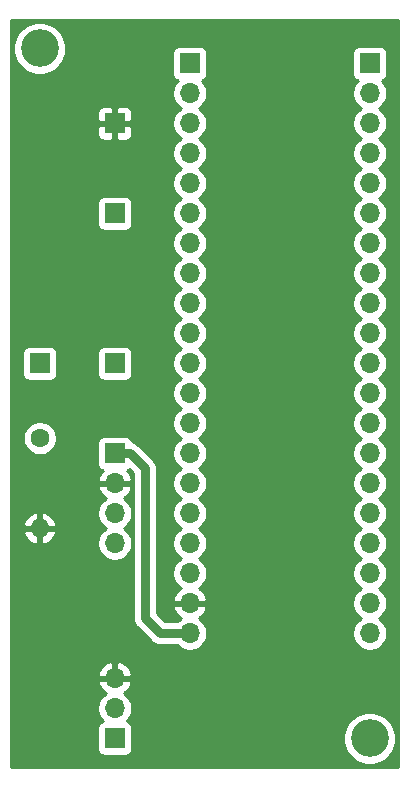
<source format=gbr>
%TF.GenerationSoftware,KiCad,Pcbnew,5.1.10-88a1d61d58~90~ubuntu20.04.1*%
%TF.CreationDate,2021-11-29T14:26:43+09:00*%
%TF.ProjectId,auto-headlight-control-system,6175746f-2d68-4656-9164-6c696768742d,rev?*%
%TF.SameCoordinates,Original*%
%TF.FileFunction,Copper,L2,Bot*%
%TF.FilePolarity,Positive*%
%FSLAX46Y46*%
G04 Gerber Fmt 4.6, Leading zero omitted, Abs format (unit mm)*
G04 Created by KiCad (PCBNEW 5.1.10-88a1d61d58~90~ubuntu20.04.1) date 2021-11-29 14:26:43*
%MOMM*%
%LPD*%
G01*
G04 APERTURE LIST*
%TA.AperFunction,ComponentPad*%
%ADD10R,1.700000X1.700000*%
%TD*%
%TA.AperFunction,ComponentPad*%
%ADD11C,3.200000*%
%TD*%
%TA.AperFunction,ComponentPad*%
%ADD12O,1.700000X1.700000*%
%TD*%
%TA.AperFunction,ComponentPad*%
%ADD13C,1.600000*%
%TD*%
%TA.AperFunction,ComponentPad*%
%ADD14O,1.600000X1.600000*%
%TD*%
%TA.AperFunction,Conductor*%
%ADD15C,0.750000*%
%TD*%
%TA.AperFunction,Conductor*%
%ADD16C,0.254000*%
%TD*%
%TA.AperFunction,Conductor*%
%ADD17C,0.100000*%
%TD*%
G04 APERTURE END LIST*
D10*
%TO.P,D2,1*%
%TO.N,Net-(D2-Pad1)*%
X138430000Y-64770000D03*
%TD*%
D11*
%TO.P, ,1*%
%TO.N,N/C*%
X166370000Y-96520000D03*
%TD*%
D10*
%TO.P,U3,1*%
%TO.N,Net-(U3-Pad1)*%
X151130000Y-39370000D03*
D12*
%TO.P,U3,2*%
%TO.N,Net-(U3-Pad2)*%
X151130000Y-41910000D03*
%TO.P,U3,3*%
%TO.N,Net-(U3-Pad3)*%
X151130000Y-44450000D03*
%TO.P,U3,4*%
%TO.N,Net-(U3-Pad4)*%
X151130000Y-46990000D03*
%TO.P,U3,5*%
%TO.N,Net-(U3-Pad5)*%
X151130000Y-49530000D03*
%TO.P,U3,6*%
%TO.N,Serial_Tx_2*%
X151130000Y-52070000D03*
%TO.P,U3,7*%
%TO.N,Net-(U3-Pad7)*%
X151130000Y-54610000D03*
%TO.P,U3,8*%
%TO.N,Net-(U3-Pad8)*%
X151130000Y-57150000D03*
%TO.P,U3,9*%
%TO.N,Net-(U3-Pad9)*%
X151130000Y-59690000D03*
%TO.P,U3,10*%
%TO.N,Net-(U3-Pad10)*%
X151130000Y-62230000D03*
%TO.P,U3,11*%
%TO.N,Net-(D1-Pad1)*%
X151130000Y-64770000D03*
%TO.P,U3,12*%
%TO.N,Net-(U3-Pad12)*%
X151130000Y-67310000D03*
%TO.P,U3,13*%
%TO.N,Net-(U3-Pad13)*%
X151130000Y-69850000D03*
%TO.P,U3,14*%
%TO.N,Net-(U3-Pad14)*%
X151130000Y-72390000D03*
%TO.P,U3,15*%
%TO.N,Net-(U3-Pad15)*%
X151130000Y-74930000D03*
%TO.P,U3,16*%
%TO.N,CAN_RX_2*%
X151130000Y-77470000D03*
%TO.P,U3,17*%
%TO.N,CAN_TX_2*%
X151130000Y-80010000D03*
%TO.P,U3,18*%
%TO.N,5V*%
X151130000Y-82550000D03*
%TO.P,U3,19*%
%TO.N,GND_2*%
X151130000Y-85090000D03*
%TO.P,U3,20*%
%TO.N,3V3_2*%
X151130000Y-87630000D03*
%TD*%
D10*
%TO.P,J4,1*%
%TO.N,GND_2*%
X144780000Y-44450000D03*
%TD*%
D13*
%TO.P,R1,1*%
%TO.N,Net-(D2-Pad1)*%
X138430000Y-71120000D03*
D14*
%TO.P,R1,2*%
%TO.N,GND_2*%
X138430000Y-78740000D03*
%TD*%
D12*
%TO.P,U4,20*%
%TO.N,Net-(U4-Pad20)*%
X166370000Y-87630000D03*
%TO.P,U4,19*%
%TO.N,Net-(U4-Pad19)*%
X166370000Y-85090000D03*
%TO.P,U4,18*%
%TO.N,Net-(U4-Pad18)*%
X166370000Y-82550000D03*
%TO.P,U4,17*%
%TO.N,Net-(U4-Pad17)*%
X166370000Y-80010000D03*
%TO.P,U4,16*%
%TO.N,Net-(U4-Pad16)*%
X166370000Y-77470000D03*
%TO.P,U4,15*%
%TO.N,Net-(U4-Pad15)*%
X166370000Y-74930000D03*
%TO.P,U4,14*%
%TO.N,Net-(U4-Pad14)*%
X166370000Y-72390000D03*
%TO.P,U4,13*%
%TO.N,Net-(U4-Pad13)*%
X166370000Y-69850000D03*
%TO.P,U4,12*%
%TO.N,Net-(U4-Pad12)*%
X166370000Y-67310000D03*
%TO.P,U4,11*%
%TO.N,Net-(U4-Pad11)*%
X166370000Y-64770000D03*
%TO.P,U4,10*%
%TO.N,PWM*%
X166370000Y-62230000D03*
%TO.P,U4,9*%
%TO.N,Net-(U4-Pad9)*%
X166370000Y-59690000D03*
%TO.P,U4,8*%
%TO.N,Net-(U4-Pad8)*%
X166370000Y-57150000D03*
%TO.P,U4,7*%
%TO.N,Net-(U4-Pad7)*%
X166370000Y-54610000D03*
%TO.P,U4,6*%
%TO.N,Net-(U4-Pad6)*%
X166370000Y-52070000D03*
%TO.P,U4,5*%
%TO.N,Net-(U4-Pad5)*%
X166370000Y-49530000D03*
%TO.P,U4,4*%
%TO.N,Net-(U4-Pad4)*%
X166370000Y-46990000D03*
%TO.P,U4,3*%
%TO.N,Net-(U4-Pad3)*%
X166370000Y-44450000D03*
%TO.P,U4,2*%
%TO.N,Net-(U4-Pad2)*%
X166370000Y-41910000D03*
D10*
%TO.P,U4,1*%
%TO.N,Net-(U4-Pad1)*%
X166370000Y-39370000D03*
%TD*%
%TO.P,J3,1*%
%TO.N,Serial_Tx_2*%
X144780000Y-52070000D03*
%TD*%
%TO.P,T2,1*%
%TO.N,3V3_2*%
X144780000Y-72390000D03*
D12*
%TO.P,T2,2*%
%TO.N,GND_2*%
X144780000Y-74930000D03*
%TO.P,T2,3*%
%TO.N,CAN_RX_2*%
X144780000Y-77470000D03*
%TO.P,T2,4*%
%TO.N,CAN_TX_2*%
X144780000Y-80010000D03*
%TD*%
D10*
%TO.P,M1,1*%
%TO.N,PWM*%
X144780000Y-96520000D03*
D12*
%TO.P,M1,2*%
%TO.N,5V*%
X144780000Y-93980000D03*
%TO.P,M1,3*%
%TO.N,GND_2*%
X144780000Y-91440000D03*
%TD*%
D10*
%TO.P,D1,1*%
%TO.N,Net-(D1-Pad1)*%
X144780000Y-64770000D03*
%TD*%
D11*
%TO.P, ,1*%
%TO.N,N/C*%
X138430000Y-38100000D03*
%TD*%
D15*
%TO.N,3V3_2*%
X147320000Y-86360000D02*
X148590000Y-87630000D01*
X148590000Y-87630000D02*
X151130000Y-87630000D01*
X147320000Y-73660000D02*
X147320000Y-86360000D01*
X146050000Y-72390000D02*
X147320000Y-73660000D01*
X144780000Y-72390000D02*
X146050000Y-72390000D01*
%TD*%
D16*
%TO.N,GND_2*%
X168783000Y-98933000D02*
X136017000Y-98933000D01*
X136017000Y-95670000D01*
X143291928Y-95670000D01*
X143291928Y-97370000D01*
X143304188Y-97494482D01*
X143340498Y-97614180D01*
X143399463Y-97724494D01*
X143478815Y-97821185D01*
X143575506Y-97900537D01*
X143685820Y-97959502D01*
X143805518Y-97995812D01*
X143930000Y-98008072D01*
X145630000Y-98008072D01*
X145754482Y-97995812D01*
X145874180Y-97959502D01*
X145984494Y-97900537D01*
X146081185Y-97821185D01*
X146160537Y-97724494D01*
X146219502Y-97614180D01*
X146255812Y-97494482D01*
X146268072Y-97370000D01*
X146268072Y-96299872D01*
X164135000Y-96299872D01*
X164135000Y-96740128D01*
X164220890Y-97171925D01*
X164389369Y-97578669D01*
X164633962Y-97944729D01*
X164945271Y-98256038D01*
X165311331Y-98500631D01*
X165718075Y-98669110D01*
X166149872Y-98755000D01*
X166590128Y-98755000D01*
X167021925Y-98669110D01*
X167428669Y-98500631D01*
X167794729Y-98256038D01*
X168106038Y-97944729D01*
X168350631Y-97578669D01*
X168519110Y-97171925D01*
X168605000Y-96740128D01*
X168605000Y-96299872D01*
X168519110Y-95868075D01*
X168350631Y-95461331D01*
X168106038Y-95095271D01*
X167794729Y-94783962D01*
X167428669Y-94539369D01*
X167021925Y-94370890D01*
X166590128Y-94285000D01*
X166149872Y-94285000D01*
X165718075Y-94370890D01*
X165311331Y-94539369D01*
X164945271Y-94783962D01*
X164633962Y-95095271D01*
X164389369Y-95461331D01*
X164220890Y-95868075D01*
X164135000Y-96299872D01*
X146268072Y-96299872D01*
X146268072Y-95670000D01*
X146255812Y-95545518D01*
X146219502Y-95425820D01*
X146160537Y-95315506D01*
X146081185Y-95218815D01*
X145984494Y-95139463D01*
X145874180Y-95080498D01*
X145801620Y-95058487D01*
X145933475Y-94926632D01*
X146095990Y-94683411D01*
X146207932Y-94413158D01*
X146265000Y-94126260D01*
X146265000Y-93833740D01*
X146207932Y-93546842D01*
X146095990Y-93276589D01*
X145933475Y-93033368D01*
X145726632Y-92826525D01*
X145544466Y-92704805D01*
X145661355Y-92635178D01*
X145877588Y-92440269D01*
X146051641Y-92206920D01*
X146176825Y-91944099D01*
X146221476Y-91796890D01*
X146100155Y-91567000D01*
X144907000Y-91567000D01*
X144907000Y-91587000D01*
X144653000Y-91587000D01*
X144653000Y-91567000D01*
X143459845Y-91567000D01*
X143338524Y-91796890D01*
X143383175Y-91944099D01*
X143508359Y-92206920D01*
X143682412Y-92440269D01*
X143898645Y-92635178D01*
X144015534Y-92704805D01*
X143833368Y-92826525D01*
X143626525Y-93033368D01*
X143464010Y-93276589D01*
X143352068Y-93546842D01*
X143295000Y-93833740D01*
X143295000Y-94126260D01*
X143352068Y-94413158D01*
X143464010Y-94683411D01*
X143626525Y-94926632D01*
X143758380Y-95058487D01*
X143685820Y-95080498D01*
X143575506Y-95139463D01*
X143478815Y-95218815D01*
X143399463Y-95315506D01*
X143340498Y-95425820D01*
X143304188Y-95545518D01*
X143291928Y-95670000D01*
X136017000Y-95670000D01*
X136017000Y-91083110D01*
X143338524Y-91083110D01*
X143459845Y-91313000D01*
X144653000Y-91313000D01*
X144653000Y-90119186D01*
X144907000Y-90119186D01*
X144907000Y-91313000D01*
X146100155Y-91313000D01*
X146221476Y-91083110D01*
X146176825Y-90935901D01*
X146051641Y-90673080D01*
X145877588Y-90439731D01*
X145661355Y-90244822D01*
X145411252Y-90095843D01*
X145136891Y-89998519D01*
X144907000Y-90119186D01*
X144653000Y-90119186D01*
X144423109Y-89998519D01*
X144148748Y-90095843D01*
X143898645Y-90244822D01*
X143682412Y-90439731D01*
X143508359Y-90673080D01*
X143383175Y-90935901D01*
X143338524Y-91083110D01*
X136017000Y-91083110D01*
X136017000Y-79089040D01*
X137038091Y-79089040D01*
X137132930Y-79353881D01*
X137277615Y-79595131D01*
X137466586Y-79803519D01*
X137692580Y-79971037D01*
X137946913Y-80091246D01*
X138080961Y-80131904D01*
X138303000Y-80009915D01*
X138303000Y-78867000D01*
X138557000Y-78867000D01*
X138557000Y-80009915D01*
X138779039Y-80131904D01*
X138913087Y-80091246D01*
X139167420Y-79971037D01*
X139393414Y-79803519D01*
X139582385Y-79595131D01*
X139727070Y-79353881D01*
X139821909Y-79089040D01*
X139700624Y-78867000D01*
X138557000Y-78867000D01*
X138303000Y-78867000D01*
X137159376Y-78867000D01*
X137038091Y-79089040D01*
X136017000Y-79089040D01*
X136017000Y-78390960D01*
X137038091Y-78390960D01*
X137159376Y-78613000D01*
X138303000Y-78613000D01*
X138303000Y-77470085D01*
X138557000Y-77470085D01*
X138557000Y-78613000D01*
X139700624Y-78613000D01*
X139821909Y-78390960D01*
X139727070Y-78126119D01*
X139582385Y-77884869D01*
X139393414Y-77676481D01*
X139167420Y-77508963D01*
X138913087Y-77388754D01*
X138779039Y-77348096D01*
X138557000Y-77470085D01*
X138303000Y-77470085D01*
X138080961Y-77348096D01*
X137946913Y-77388754D01*
X137692580Y-77508963D01*
X137466586Y-77676481D01*
X137277615Y-77884869D01*
X137132930Y-78126119D01*
X137038091Y-78390960D01*
X136017000Y-78390960D01*
X136017000Y-77323740D01*
X143295000Y-77323740D01*
X143295000Y-77616260D01*
X143352068Y-77903158D01*
X143464010Y-78173411D01*
X143626525Y-78416632D01*
X143833368Y-78623475D01*
X144007760Y-78740000D01*
X143833368Y-78856525D01*
X143626525Y-79063368D01*
X143464010Y-79306589D01*
X143352068Y-79576842D01*
X143295000Y-79863740D01*
X143295000Y-80156260D01*
X143352068Y-80443158D01*
X143464010Y-80713411D01*
X143626525Y-80956632D01*
X143833368Y-81163475D01*
X144076589Y-81325990D01*
X144346842Y-81437932D01*
X144633740Y-81495000D01*
X144926260Y-81495000D01*
X145213158Y-81437932D01*
X145483411Y-81325990D01*
X145726632Y-81163475D01*
X145933475Y-80956632D01*
X146095990Y-80713411D01*
X146207932Y-80443158D01*
X146265000Y-80156260D01*
X146265000Y-79863740D01*
X146207932Y-79576842D01*
X146095990Y-79306589D01*
X145933475Y-79063368D01*
X145726632Y-78856525D01*
X145552240Y-78740000D01*
X145726632Y-78623475D01*
X145933475Y-78416632D01*
X146095990Y-78173411D01*
X146207932Y-77903158D01*
X146265000Y-77616260D01*
X146265000Y-77323740D01*
X146207932Y-77036842D01*
X146095990Y-76766589D01*
X145933475Y-76523368D01*
X145726632Y-76316525D01*
X145544466Y-76194805D01*
X145661355Y-76125178D01*
X145877588Y-75930269D01*
X146051641Y-75696920D01*
X146176825Y-75434099D01*
X146221476Y-75286890D01*
X146100155Y-75057000D01*
X144907000Y-75057000D01*
X144907000Y-75077000D01*
X144653000Y-75077000D01*
X144653000Y-75057000D01*
X143459845Y-75057000D01*
X143338524Y-75286890D01*
X143383175Y-75434099D01*
X143508359Y-75696920D01*
X143682412Y-75930269D01*
X143898645Y-76125178D01*
X144015534Y-76194805D01*
X143833368Y-76316525D01*
X143626525Y-76523368D01*
X143464010Y-76766589D01*
X143352068Y-77036842D01*
X143295000Y-77323740D01*
X136017000Y-77323740D01*
X136017000Y-70978665D01*
X136995000Y-70978665D01*
X136995000Y-71261335D01*
X137050147Y-71538574D01*
X137158320Y-71799727D01*
X137315363Y-72034759D01*
X137515241Y-72234637D01*
X137750273Y-72391680D01*
X138011426Y-72499853D01*
X138288665Y-72555000D01*
X138571335Y-72555000D01*
X138848574Y-72499853D01*
X139109727Y-72391680D01*
X139344759Y-72234637D01*
X139544637Y-72034759D01*
X139701680Y-71799727D01*
X139809262Y-71540000D01*
X143291928Y-71540000D01*
X143291928Y-73240000D01*
X143304188Y-73364482D01*
X143340498Y-73484180D01*
X143399463Y-73594494D01*
X143478815Y-73691185D01*
X143575506Y-73770537D01*
X143685820Y-73829502D01*
X143766466Y-73853966D01*
X143682412Y-73929731D01*
X143508359Y-74163080D01*
X143383175Y-74425901D01*
X143338524Y-74573110D01*
X143459845Y-74803000D01*
X144653000Y-74803000D01*
X144653000Y-74783000D01*
X144907000Y-74783000D01*
X144907000Y-74803000D01*
X146100155Y-74803000D01*
X146221476Y-74573110D01*
X146176825Y-74425901D01*
X146051641Y-74163080D01*
X145877588Y-73929731D01*
X145793534Y-73853966D01*
X145874180Y-73829502D01*
X145984494Y-73770537D01*
X145994209Y-73762564D01*
X146310000Y-74078355D01*
X146310001Y-86310382D01*
X146305114Y-86360000D01*
X146324615Y-86557994D01*
X146382368Y-86748379D01*
X146382369Y-86748380D01*
X146476154Y-86923840D01*
X146602368Y-87077633D01*
X146640901Y-87109256D01*
X147840739Y-88309094D01*
X147872367Y-88347633D01*
X148026160Y-88473847D01*
X148201620Y-88567632D01*
X148392006Y-88625385D01*
X148540392Y-88640000D01*
X148540394Y-88640000D01*
X148589999Y-88644886D01*
X148639604Y-88640000D01*
X150039893Y-88640000D01*
X150183368Y-88783475D01*
X150426589Y-88945990D01*
X150696842Y-89057932D01*
X150983740Y-89115000D01*
X151276260Y-89115000D01*
X151563158Y-89057932D01*
X151833411Y-88945990D01*
X152076632Y-88783475D01*
X152283475Y-88576632D01*
X152445990Y-88333411D01*
X152557932Y-88063158D01*
X152615000Y-87776260D01*
X152615000Y-87483740D01*
X152557932Y-87196842D01*
X152445990Y-86926589D01*
X152283475Y-86683368D01*
X152076632Y-86476525D01*
X151894466Y-86354805D01*
X152011355Y-86285178D01*
X152227588Y-86090269D01*
X152401641Y-85856920D01*
X152526825Y-85594099D01*
X152571476Y-85446890D01*
X152450155Y-85217000D01*
X151257000Y-85217000D01*
X151257000Y-85237000D01*
X151003000Y-85237000D01*
X151003000Y-85217000D01*
X149809845Y-85217000D01*
X149688524Y-85446890D01*
X149733175Y-85594099D01*
X149858359Y-85856920D01*
X150032412Y-86090269D01*
X150248645Y-86285178D01*
X150365534Y-86354805D01*
X150183368Y-86476525D01*
X150039893Y-86620000D01*
X149008355Y-86620000D01*
X148330000Y-85941645D01*
X148330000Y-73709604D01*
X148334886Y-73659999D01*
X148323409Y-73543475D01*
X148315385Y-73462006D01*
X148257632Y-73271620D01*
X148163847Y-73096160D01*
X148037633Y-72942367D01*
X147999094Y-72910739D01*
X146799261Y-71710906D01*
X146767633Y-71672367D01*
X146613840Y-71546153D01*
X146438380Y-71452368D01*
X146249621Y-71395108D01*
X146219502Y-71295820D01*
X146160537Y-71185506D01*
X146081185Y-71088815D01*
X145984494Y-71009463D01*
X145874180Y-70950498D01*
X145754482Y-70914188D01*
X145630000Y-70901928D01*
X143930000Y-70901928D01*
X143805518Y-70914188D01*
X143685820Y-70950498D01*
X143575506Y-71009463D01*
X143478815Y-71088815D01*
X143399463Y-71185506D01*
X143340498Y-71295820D01*
X143304188Y-71415518D01*
X143291928Y-71540000D01*
X139809262Y-71540000D01*
X139809853Y-71538574D01*
X139865000Y-71261335D01*
X139865000Y-70978665D01*
X139809853Y-70701426D01*
X139701680Y-70440273D01*
X139544637Y-70205241D01*
X139344759Y-70005363D01*
X139109727Y-69848320D01*
X138848574Y-69740147D01*
X138571335Y-69685000D01*
X138288665Y-69685000D01*
X138011426Y-69740147D01*
X137750273Y-69848320D01*
X137515241Y-70005363D01*
X137315363Y-70205241D01*
X137158320Y-70440273D01*
X137050147Y-70701426D01*
X136995000Y-70978665D01*
X136017000Y-70978665D01*
X136017000Y-63920000D01*
X136941928Y-63920000D01*
X136941928Y-65620000D01*
X136954188Y-65744482D01*
X136990498Y-65864180D01*
X137049463Y-65974494D01*
X137128815Y-66071185D01*
X137225506Y-66150537D01*
X137335820Y-66209502D01*
X137455518Y-66245812D01*
X137580000Y-66258072D01*
X139280000Y-66258072D01*
X139404482Y-66245812D01*
X139524180Y-66209502D01*
X139634494Y-66150537D01*
X139731185Y-66071185D01*
X139810537Y-65974494D01*
X139869502Y-65864180D01*
X139905812Y-65744482D01*
X139918072Y-65620000D01*
X139918072Y-63920000D01*
X143291928Y-63920000D01*
X143291928Y-65620000D01*
X143304188Y-65744482D01*
X143340498Y-65864180D01*
X143399463Y-65974494D01*
X143478815Y-66071185D01*
X143575506Y-66150537D01*
X143685820Y-66209502D01*
X143805518Y-66245812D01*
X143930000Y-66258072D01*
X145630000Y-66258072D01*
X145754482Y-66245812D01*
X145874180Y-66209502D01*
X145984494Y-66150537D01*
X146081185Y-66071185D01*
X146160537Y-65974494D01*
X146219502Y-65864180D01*
X146255812Y-65744482D01*
X146268072Y-65620000D01*
X146268072Y-63920000D01*
X146255812Y-63795518D01*
X146219502Y-63675820D01*
X146160537Y-63565506D01*
X146081185Y-63468815D01*
X145984494Y-63389463D01*
X145874180Y-63330498D01*
X145754482Y-63294188D01*
X145630000Y-63281928D01*
X143930000Y-63281928D01*
X143805518Y-63294188D01*
X143685820Y-63330498D01*
X143575506Y-63389463D01*
X143478815Y-63468815D01*
X143399463Y-63565506D01*
X143340498Y-63675820D01*
X143304188Y-63795518D01*
X143291928Y-63920000D01*
X139918072Y-63920000D01*
X139905812Y-63795518D01*
X139869502Y-63675820D01*
X139810537Y-63565506D01*
X139731185Y-63468815D01*
X139634494Y-63389463D01*
X139524180Y-63330498D01*
X139404482Y-63294188D01*
X139280000Y-63281928D01*
X137580000Y-63281928D01*
X137455518Y-63294188D01*
X137335820Y-63330498D01*
X137225506Y-63389463D01*
X137128815Y-63468815D01*
X137049463Y-63565506D01*
X136990498Y-63675820D01*
X136954188Y-63795518D01*
X136941928Y-63920000D01*
X136017000Y-63920000D01*
X136017000Y-51220000D01*
X143291928Y-51220000D01*
X143291928Y-52920000D01*
X143304188Y-53044482D01*
X143340498Y-53164180D01*
X143399463Y-53274494D01*
X143478815Y-53371185D01*
X143575506Y-53450537D01*
X143685820Y-53509502D01*
X143805518Y-53545812D01*
X143930000Y-53558072D01*
X145630000Y-53558072D01*
X145754482Y-53545812D01*
X145874180Y-53509502D01*
X145984494Y-53450537D01*
X146081185Y-53371185D01*
X146160537Y-53274494D01*
X146219502Y-53164180D01*
X146255812Y-53044482D01*
X146268072Y-52920000D01*
X146268072Y-51220000D01*
X146255812Y-51095518D01*
X146219502Y-50975820D01*
X146160537Y-50865506D01*
X146081185Y-50768815D01*
X145984494Y-50689463D01*
X145874180Y-50630498D01*
X145754482Y-50594188D01*
X145630000Y-50581928D01*
X143930000Y-50581928D01*
X143805518Y-50594188D01*
X143685820Y-50630498D01*
X143575506Y-50689463D01*
X143478815Y-50768815D01*
X143399463Y-50865506D01*
X143340498Y-50975820D01*
X143304188Y-51095518D01*
X143291928Y-51220000D01*
X136017000Y-51220000D01*
X136017000Y-45300000D01*
X143291928Y-45300000D01*
X143304188Y-45424482D01*
X143340498Y-45544180D01*
X143399463Y-45654494D01*
X143478815Y-45751185D01*
X143575506Y-45830537D01*
X143685820Y-45889502D01*
X143805518Y-45925812D01*
X143930000Y-45938072D01*
X144494250Y-45935000D01*
X144653000Y-45776250D01*
X144653000Y-44577000D01*
X144907000Y-44577000D01*
X144907000Y-45776250D01*
X145065750Y-45935000D01*
X145630000Y-45938072D01*
X145754482Y-45925812D01*
X145874180Y-45889502D01*
X145984494Y-45830537D01*
X146081185Y-45751185D01*
X146160537Y-45654494D01*
X146219502Y-45544180D01*
X146255812Y-45424482D01*
X146268072Y-45300000D01*
X146265000Y-44735750D01*
X146106250Y-44577000D01*
X144907000Y-44577000D01*
X144653000Y-44577000D01*
X143453750Y-44577000D01*
X143295000Y-44735750D01*
X143291928Y-45300000D01*
X136017000Y-45300000D01*
X136017000Y-43600000D01*
X143291928Y-43600000D01*
X143295000Y-44164250D01*
X143453750Y-44323000D01*
X144653000Y-44323000D01*
X144653000Y-43123750D01*
X144907000Y-43123750D01*
X144907000Y-44323000D01*
X146106250Y-44323000D01*
X146265000Y-44164250D01*
X146268072Y-43600000D01*
X146255812Y-43475518D01*
X146219502Y-43355820D01*
X146160537Y-43245506D01*
X146081185Y-43148815D01*
X145984494Y-43069463D01*
X145874180Y-43010498D01*
X145754482Y-42974188D01*
X145630000Y-42961928D01*
X145065750Y-42965000D01*
X144907000Y-43123750D01*
X144653000Y-43123750D01*
X144494250Y-42965000D01*
X143930000Y-42961928D01*
X143805518Y-42974188D01*
X143685820Y-43010498D01*
X143575506Y-43069463D01*
X143478815Y-43148815D01*
X143399463Y-43245506D01*
X143340498Y-43355820D01*
X143304188Y-43475518D01*
X143291928Y-43600000D01*
X136017000Y-43600000D01*
X136017000Y-37879872D01*
X136195000Y-37879872D01*
X136195000Y-38320128D01*
X136280890Y-38751925D01*
X136449369Y-39158669D01*
X136693962Y-39524729D01*
X137005271Y-39836038D01*
X137371331Y-40080631D01*
X137778075Y-40249110D01*
X138209872Y-40335000D01*
X138650128Y-40335000D01*
X139081925Y-40249110D01*
X139488669Y-40080631D01*
X139854729Y-39836038D01*
X140166038Y-39524729D01*
X140410631Y-39158669D01*
X140579110Y-38751925D01*
X140625242Y-38520000D01*
X149641928Y-38520000D01*
X149641928Y-40220000D01*
X149654188Y-40344482D01*
X149690498Y-40464180D01*
X149749463Y-40574494D01*
X149828815Y-40671185D01*
X149925506Y-40750537D01*
X150035820Y-40809502D01*
X150108380Y-40831513D01*
X149976525Y-40963368D01*
X149814010Y-41206589D01*
X149702068Y-41476842D01*
X149645000Y-41763740D01*
X149645000Y-42056260D01*
X149702068Y-42343158D01*
X149814010Y-42613411D01*
X149976525Y-42856632D01*
X150183368Y-43063475D01*
X150357760Y-43180000D01*
X150183368Y-43296525D01*
X149976525Y-43503368D01*
X149814010Y-43746589D01*
X149702068Y-44016842D01*
X149645000Y-44303740D01*
X149645000Y-44596260D01*
X149702068Y-44883158D01*
X149814010Y-45153411D01*
X149976525Y-45396632D01*
X150183368Y-45603475D01*
X150357760Y-45720000D01*
X150183368Y-45836525D01*
X149976525Y-46043368D01*
X149814010Y-46286589D01*
X149702068Y-46556842D01*
X149645000Y-46843740D01*
X149645000Y-47136260D01*
X149702068Y-47423158D01*
X149814010Y-47693411D01*
X149976525Y-47936632D01*
X150183368Y-48143475D01*
X150357760Y-48260000D01*
X150183368Y-48376525D01*
X149976525Y-48583368D01*
X149814010Y-48826589D01*
X149702068Y-49096842D01*
X149645000Y-49383740D01*
X149645000Y-49676260D01*
X149702068Y-49963158D01*
X149814010Y-50233411D01*
X149976525Y-50476632D01*
X150183368Y-50683475D01*
X150357760Y-50800000D01*
X150183368Y-50916525D01*
X149976525Y-51123368D01*
X149814010Y-51366589D01*
X149702068Y-51636842D01*
X149645000Y-51923740D01*
X149645000Y-52216260D01*
X149702068Y-52503158D01*
X149814010Y-52773411D01*
X149976525Y-53016632D01*
X150183368Y-53223475D01*
X150357760Y-53340000D01*
X150183368Y-53456525D01*
X149976525Y-53663368D01*
X149814010Y-53906589D01*
X149702068Y-54176842D01*
X149645000Y-54463740D01*
X149645000Y-54756260D01*
X149702068Y-55043158D01*
X149814010Y-55313411D01*
X149976525Y-55556632D01*
X150183368Y-55763475D01*
X150357760Y-55880000D01*
X150183368Y-55996525D01*
X149976525Y-56203368D01*
X149814010Y-56446589D01*
X149702068Y-56716842D01*
X149645000Y-57003740D01*
X149645000Y-57296260D01*
X149702068Y-57583158D01*
X149814010Y-57853411D01*
X149976525Y-58096632D01*
X150183368Y-58303475D01*
X150357760Y-58420000D01*
X150183368Y-58536525D01*
X149976525Y-58743368D01*
X149814010Y-58986589D01*
X149702068Y-59256842D01*
X149645000Y-59543740D01*
X149645000Y-59836260D01*
X149702068Y-60123158D01*
X149814010Y-60393411D01*
X149976525Y-60636632D01*
X150183368Y-60843475D01*
X150357760Y-60960000D01*
X150183368Y-61076525D01*
X149976525Y-61283368D01*
X149814010Y-61526589D01*
X149702068Y-61796842D01*
X149645000Y-62083740D01*
X149645000Y-62376260D01*
X149702068Y-62663158D01*
X149814010Y-62933411D01*
X149976525Y-63176632D01*
X150183368Y-63383475D01*
X150357760Y-63500000D01*
X150183368Y-63616525D01*
X149976525Y-63823368D01*
X149814010Y-64066589D01*
X149702068Y-64336842D01*
X149645000Y-64623740D01*
X149645000Y-64916260D01*
X149702068Y-65203158D01*
X149814010Y-65473411D01*
X149976525Y-65716632D01*
X150183368Y-65923475D01*
X150357760Y-66040000D01*
X150183368Y-66156525D01*
X149976525Y-66363368D01*
X149814010Y-66606589D01*
X149702068Y-66876842D01*
X149645000Y-67163740D01*
X149645000Y-67456260D01*
X149702068Y-67743158D01*
X149814010Y-68013411D01*
X149976525Y-68256632D01*
X150183368Y-68463475D01*
X150357760Y-68580000D01*
X150183368Y-68696525D01*
X149976525Y-68903368D01*
X149814010Y-69146589D01*
X149702068Y-69416842D01*
X149645000Y-69703740D01*
X149645000Y-69996260D01*
X149702068Y-70283158D01*
X149814010Y-70553411D01*
X149976525Y-70796632D01*
X150183368Y-71003475D01*
X150357760Y-71120000D01*
X150183368Y-71236525D01*
X149976525Y-71443368D01*
X149814010Y-71686589D01*
X149702068Y-71956842D01*
X149645000Y-72243740D01*
X149645000Y-72536260D01*
X149702068Y-72823158D01*
X149814010Y-73093411D01*
X149976525Y-73336632D01*
X150183368Y-73543475D01*
X150357760Y-73660000D01*
X150183368Y-73776525D01*
X149976525Y-73983368D01*
X149814010Y-74226589D01*
X149702068Y-74496842D01*
X149645000Y-74783740D01*
X149645000Y-75076260D01*
X149702068Y-75363158D01*
X149814010Y-75633411D01*
X149976525Y-75876632D01*
X150183368Y-76083475D01*
X150357760Y-76200000D01*
X150183368Y-76316525D01*
X149976525Y-76523368D01*
X149814010Y-76766589D01*
X149702068Y-77036842D01*
X149645000Y-77323740D01*
X149645000Y-77616260D01*
X149702068Y-77903158D01*
X149814010Y-78173411D01*
X149976525Y-78416632D01*
X150183368Y-78623475D01*
X150357760Y-78740000D01*
X150183368Y-78856525D01*
X149976525Y-79063368D01*
X149814010Y-79306589D01*
X149702068Y-79576842D01*
X149645000Y-79863740D01*
X149645000Y-80156260D01*
X149702068Y-80443158D01*
X149814010Y-80713411D01*
X149976525Y-80956632D01*
X150183368Y-81163475D01*
X150357760Y-81280000D01*
X150183368Y-81396525D01*
X149976525Y-81603368D01*
X149814010Y-81846589D01*
X149702068Y-82116842D01*
X149645000Y-82403740D01*
X149645000Y-82696260D01*
X149702068Y-82983158D01*
X149814010Y-83253411D01*
X149976525Y-83496632D01*
X150183368Y-83703475D01*
X150365534Y-83825195D01*
X150248645Y-83894822D01*
X150032412Y-84089731D01*
X149858359Y-84323080D01*
X149733175Y-84585901D01*
X149688524Y-84733110D01*
X149809845Y-84963000D01*
X151003000Y-84963000D01*
X151003000Y-84943000D01*
X151257000Y-84943000D01*
X151257000Y-84963000D01*
X152450155Y-84963000D01*
X152571476Y-84733110D01*
X152526825Y-84585901D01*
X152401641Y-84323080D01*
X152227588Y-84089731D01*
X152011355Y-83894822D01*
X151894466Y-83825195D01*
X152076632Y-83703475D01*
X152283475Y-83496632D01*
X152445990Y-83253411D01*
X152557932Y-82983158D01*
X152615000Y-82696260D01*
X152615000Y-82403740D01*
X152557932Y-82116842D01*
X152445990Y-81846589D01*
X152283475Y-81603368D01*
X152076632Y-81396525D01*
X151902240Y-81280000D01*
X152076632Y-81163475D01*
X152283475Y-80956632D01*
X152445990Y-80713411D01*
X152557932Y-80443158D01*
X152615000Y-80156260D01*
X152615000Y-79863740D01*
X152557932Y-79576842D01*
X152445990Y-79306589D01*
X152283475Y-79063368D01*
X152076632Y-78856525D01*
X151902240Y-78740000D01*
X152076632Y-78623475D01*
X152283475Y-78416632D01*
X152445990Y-78173411D01*
X152557932Y-77903158D01*
X152615000Y-77616260D01*
X152615000Y-77323740D01*
X152557932Y-77036842D01*
X152445990Y-76766589D01*
X152283475Y-76523368D01*
X152076632Y-76316525D01*
X151902240Y-76200000D01*
X152076632Y-76083475D01*
X152283475Y-75876632D01*
X152445990Y-75633411D01*
X152557932Y-75363158D01*
X152615000Y-75076260D01*
X152615000Y-74783740D01*
X152557932Y-74496842D01*
X152445990Y-74226589D01*
X152283475Y-73983368D01*
X152076632Y-73776525D01*
X151902240Y-73660000D01*
X152076632Y-73543475D01*
X152283475Y-73336632D01*
X152445990Y-73093411D01*
X152557932Y-72823158D01*
X152615000Y-72536260D01*
X152615000Y-72243740D01*
X152557932Y-71956842D01*
X152445990Y-71686589D01*
X152283475Y-71443368D01*
X152076632Y-71236525D01*
X151902240Y-71120000D01*
X152076632Y-71003475D01*
X152283475Y-70796632D01*
X152445990Y-70553411D01*
X152557932Y-70283158D01*
X152615000Y-69996260D01*
X152615000Y-69703740D01*
X152557932Y-69416842D01*
X152445990Y-69146589D01*
X152283475Y-68903368D01*
X152076632Y-68696525D01*
X151902240Y-68580000D01*
X152076632Y-68463475D01*
X152283475Y-68256632D01*
X152445990Y-68013411D01*
X152557932Y-67743158D01*
X152615000Y-67456260D01*
X152615000Y-67163740D01*
X152557932Y-66876842D01*
X152445990Y-66606589D01*
X152283475Y-66363368D01*
X152076632Y-66156525D01*
X151902240Y-66040000D01*
X152076632Y-65923475D01*
X152283475Y-65716632D01*
X152445990Y-65473411D01*
X152557932Y-65203158D01*
X152615000Y-64916260D01*
X152615000Y-64623740D01*
X152557932Y-64336842D01*
X152445990Y-64066589D01*
X152283475Y-63823368D01*
X152076632Y-63616525D01*
X151902240Y-63500000D01*
X152076632Y-63383475D01*
X152283475Y-63176632D01*
X152445990Y-62933411D01*
X152557932Y-62663158D01*
X152615000Y-62376260D01*
X152615000Y-62083740D01*
X152557932Y-61796842D01*
X152445990Y-61526589D01*
X152283475Y-61283368D01*
X152076632Y-61076525D01*
X151902240Y-60960000D01*
X152076632Y-60843475D01*
X152283475Y-60636632D01*
X152445990Y-60393411D01*
X152557932Y-60123158D01*
X152615000Y-59836260D01*
X152615000Y-59543740D01*
X152557932Y-59256842D01*
X152445990Y-58986589D01*
X152283475Y-58743368D01*
X152076632Y-58536525D01*
X151902240Y-58420000D01*
X152076632Y-58303475D01*
X152283475Y-58096632D01*
X152445990Y-57853411D01*
X152557932Y-57583158D01*
X152615000Y-57296260D01*
X152615000Y-57003740D01*
X152557932Y-56716842D01*
X152445990Y-56446589D01*
X152283475Y-56203368D01*
X152076632Y-55996525D01*
X151902240Y-55880000D01*
X152076632Y-55763475D01*
X152283475Y-55556632D01*
X152445990Y-55313411D01*
X152557932Y-55043158D01*
X152615000Y-54756260D01*
X152615000Y-54463740D01*
X152557932Y-54176842D01*
X152445990Y-53906589D01*
X152283475Y-53663368D01*
X152076632Y-53456525D01*
X151902240Y-53340000D01*
X152076632Y-53223475D01*
X152283475Y-53016632D01*
X152445990Y-52773411D01*
X152557932Y-52503158D01*
X152615000Y-52216260D01*
X152615000Y-51923740D01*
X152557932Y-51636842D01*
X152445990Y-51366589D01*
X152283475Y-51123368D01*
X152076632Y-50916525D01*
X151902240Y-50800000D01*
X152076632Y-50683475D01*
X152283475Y-50476632D01*
X152445990Y-50233411D01*
X152557932Y-49963158D01*
X152615000Y-49676260D01*
X152615000Y-49383740D01*
X152557932Y-49096842D01*
X152445990Y-48826589D01*
X152283475Y-48583368D01*
X152076632Y-48376525D01*
X151902240Y-48260000D01*
X152076632Y-48143475D01*
X152283475Y-47936632D01*
X152445990Y-47693411D01*
X152557932Y-47423158D01*
X152615000Y-47136260D01*
X152615000Y-46843740D01*
X152557932Y-46556842D01*
X152445990Y-46286589D01*
X152283475Y-46043368D01*
X152076632Y-45836525D01*
X151902240Y-45720000D01*
X152076632Y-45603475D01*
X152283475Y-45396632D01*
X152445990Y-45153411D01*
X152557932Y-44883158D01*
X152615000Y-44596260D01*
X152615000Y-44303740D01*
X152557932Y-44016842D01*
X152445990Y-43746589D01*
X152283475Y-43503368D01*
X152076632Y-43296525D01*
X151902240Y-43180000D01*
X152076632Y-43063475D01*
X152283475Y-42856632D01*
X152445990Y-42613411D01*
X152557932Y-42343158D01*
X152615000Y-42056260D01*
X152615000Y-41763740D01*
X152557932Y-41476842D01*
X152445990Y-41206589D01*
X152283475Y-40963368D01*
X152151620Y-40831513D01*
X152224180Y-40809502D01*
X152334494Y-40750537D01*
X152431185Y-40671185D01*
X152510537Y-40574494D01*
X152569502Y-40464180D01*
X152605812Y-40344482D01*
X152618072Y-40220000D01*
X152618072Y-38520000D01*
X164881928Y-38520000D01*
X164881928Y-40220000D01*
X164894188Y-40344482D01*
X164930498Y-40464180D01*
X164989463Y-40574494D01*
X165068815Y-40671185D01*
X165165506Y-40750537D01*
X165275820Y-40809502D01*
X165348380Y-40831513D01*
X165216525Y-40963368D01*
X165054010Y-41206589D01*
X164942068Y-41476842D01*
X164885000Y-41763740D01*
X164885000Y-42056260D01*
X164942068Y-42343158D01*
X165054010Y-42613411D01*
X165216525Y-42856632D01*
X165423368Y-43063475D01*
X165597760Y-43180000D01*
X165423368Y-43296525D01*
X165216525Y-43503368D01*
X165054010Y-43746589D01*
X164942068Y-44016842D01*
X164885000Y-44303740D01*
X164885000Y-44596260D01*
X164942068Y-44883158D01*
X165054010Y-45153411D01*
X165216525Y-45396632D01*
X165423368Y-45603475D01*
X165597760Y-45720000D01*
X165423368Y-45836525D01*
X165216525Y-46043368D01*
X165054010Y-46286589D01*
X164942068Y-46556842D01*
X164885000Y-46843740D01*
X164885000Y-47136260D01*
X164942068Y-47423158D01*
X165054010Y-47693411D01*
X165216525Y-47936632D01*
X165423368Y-48143475D01*
X165597760Y-48260000D01*
X165423368Y-48376525D01*
X165216525Y-48583368D01*
X165054010Y-48826589D01*
X164942068Y-49096842D01*
X164885000Y-49383740D01*
X164885000Y-49676260D01*
X164942068Y-49963158D01*
X165054010Y-50233411D01*
X165216525Y-50476632D01*
X165423368Y-50683475D01*
X165597760Y-50800000D01*
X165423368Y-50916525D01*
X165216525Y-51123368D01*
X165054010Y-51366589D01*
X164942068Y-51636842D01*
X164885000Y-51923740D01*
X164885000Y-52216260D01*
X164942068Y-52503158D01*
X165054010Y-52773411D01*
X165216525Y-53016632D01*
X165423368Y-53223475D01*
X165597760Y-53340000D01*
X165423368Y-53456525D01*
X165216525Y-53663368D01*
X165054010Y-53906589D01*
X164942068Y-54176842D01*
X164885000Y-54463740D01*
X164885000Y-54756260D01*
X164942068Y-55043158D01*
X165054010Y-55313411D01*
X165216525Y-55556632D01*
X165423368Y-55763475D01*
X165597760Y-55880000D01*
X165423368Y-55996525D01*
X165216525Y-56203368D01*
X165054010Y-56446589D01*
X164942068Y-56716842D01*
X164885000Y-57003740D01*
X164885000Y-57296260D01*
X164942068Y-57583158D01*
X165054010Y-57853411D01*
X165216525Y-58096632D01*
X165423368Y-58303475D01*
X165597760Y-58420000D01*
X165423368Y-58536525D01*
X165216525Y-58743368D01*
X165054010Y-58986589D01*
X164942068Y-59256842D01*
X164885000Y-59543740D01*
X164885000Y-59836260D01*
X164942068Y-60123158D01*
X165054010Y-60393411D01*
X165216525Y-60636632D01*
X165423368Y-60843475D01*
X165597760Y-60960000D01*
X165423368Y-61076525D01*
X165216525Y-61283368D01*
X165054010Y-61526589D01*
X164942068Y-61796842D01*
X164885000Y-62083740D01*
X164885000Y-62376260D01*
X164942068Y-62663158D01*
X165054010Y-62933411D01*
X165216525Y-63176632D01*
X165423368Y-63383475D01*
X165597760Y-63500000D01*
X165423368Y-63616525D01*
X165216525Y-63823368D01*
X165054010Y-64066589D01*
X164942068Y-64336842D01*
X164885000Y-64623740D01*
X164885000Y-64916260D01*
X164942068Y-65203158D01*
X165054010Y-65473411D01*
X165216525Y-65716632D01*
X165423368Y-65923475D01*
X165597760Y-66040000D01*
X165423368Y-66156525D01*
X165216525Y-66363368D01*
X165054010Y-66606589D01*
X164942068Y-66876842D01*
X164885000Y-67163740D01*
X164885000Y-67456260D01*
X164942068Y-67743158D01*
X165054010Y-68013411D01*
X165216525Y-68256632D01*
X165423368Y-68463475D01*
X165597760Y-68580000D01*
X165423368Y-68696525D01*
X165216525Y-68903368D01*
X165054010Y-69146589D01*
X164942068Y-69416842D01*
X164885000Y-69703740D01*
X164885000Y-69996260D01*
X164942068Y-70283158D01*
X165054010Y-70553411D01*
X165216525Y-70796632D01*
X165423368Y-71003475D01*
X165597760Y-71120000D01*
X165423368Y-71236525D01*
X165216525Y-71443368D01*
X165054010Y-71686589D01*
X164942068Y-71956842D01*
X164885000Y-72243740D01*
X164885000Y-72536260D01*
X164942068Y-72823158D01*
X165054010Y-73093411D01*
X165216525Y-73336632D01*
X165423368Y-73543475D01*
X165597760Y-73660000D01*
X165423368Y-73776525D01*
X165216525Y-73983368D01*
X165054010Y-74226589D01*
X164942068Y-74496842D01*
X164885000Y-74783740D01*
X164885000Y-75076260D01*
X164942068Y-75363158D01*
X165054010Y-75633411D01*
X165216525Y-75876632D01*
X165423368Y-76083475D01*
X165597760Y-76200000D01*
X165423368Y-76316525D01*
X165216525Y-76523368D01*
X165054010Y-76766589D01*
X164942068Y-77036842D01*
X164885000Y-77323740D01*
X164885000Y-77616260D01*
X164942068Y-77903158D01*
X165054010Y-78173411D01*
X165216525Y-78416632D01*
X165423368Y-78623475D01*
X165597760Y-78740000D01*
X165423368Y-78856525D01*
X165216525Y-79063368D01*
X165054010Y-79306589D01*
X164942068Y-79576842D01*
X164885000Y-79863740D01*
X164885000Y-80156260D01*
X164942068Y-80443158D01*
X165054010Y-80713411D01*
X165216525Y-80956632D01*
X165423368Y-81163475D01*
X165597760Y-81280000D01*
X165423368Y-81396525D01*
X165216525Y-81603368D01*
X165054010Y-81846589D01*
X164942068Y-82116842D01*
X164885000Y-82403740D01*
X164885000Y-82696260D01*
X164942068Y-82983158D01*
X165054010Y-83253411D01*
X165216525Y-83496632D01*
X165423368Y-83703475D01*
X165597760Y-83820000D01*
X165423368Y-83936525D01*
X165216525Y-84143368D01*
X165054010Y-84386589D01*
X164942068Y-84656842D01*
X164885000Y-84943740D01*
X164885000Y-85236260D01*
X164942068Y-85523158D01*
X165054010Y-85793411D01*
X165216525Y-86036632D01*
X165423368Y-86243475D01*
X165597760Y-86360000D01*
X165423368Y-86476525D01*
X165216525Y-86683368D01*
X165054010Y-86926589D01*
X164942068Y-87196842D01*
X164885000Y-87483740D01*
X164885000Y-87776260D01*
X164942068Y-88063158D01*
X165054010Y-88333411D01*
X165216525Y-88576632D01*
X165423368Y-88783475D01*
X165666589Y-88945990D01*
X165936842Y-89057932D01*
X166223740Y-89115000D01*
X166516260Y-89115000D01*
X166803158Y-89057932D01*
X167073411Y-88945990D01*
X167316632Y-88783475D01*
X167523475Y-88576632D01*
X167685990Y-88333411D01*
X167797932Y-88063158D01*
X167855000Y-87776260D01*
X167855000Y-87483740D01*
X167797932Y-87196842D01*
X167685990Y-86926589D01*
X167523475Y-86683368D01*
X167316632Y-86476525D01*
X167142240Y-86360000D01*
X167316632Y-86243475D01*
X167523475Y-86036632D01*
X167685990Y-85793411D01*
X167797932Y-85523158D01*
X167855000Y-85236260D01*
X167855000Y-84943740D01*
X167797932Y-84656842D01*
X167685990Y-84386589D01*
X167523475Y-84143368D01*
X167316632Y-83936525D01*
X167142240Y-83820000D01*
X167316632Y-83703475D01*
X167523475Y-83496632D01*
X167685990Y-83253411D01*
X167797932Y-82983158D01*
X167855000Y-82696260D01*
X167855000Y-82403740D01*
X167797932Y-82116842D01*
X167685990Y-81846589D01*
X167523475Y-81603368D01*
X167316632Y-81396525D01*
X167142240Y-81280000D01*
X167316632Y-81163475D01*
X167523475Y-80956632D01*
X167685990Y-80713411D01*
X167797932Y-80443158D01*
X167855000Y-80156260D01*
X167855000Y-79863740D01*
X167797932Y-79576842D01*
X167685990Y-79306589D01*
X167523475Y-79063368D01*
X167316632Y-78856525D01*
X167142240Y-78740000D01*
X167316632Y-78623475D01*
X167523475Y-78416632D01*
X167685990Y-78173411D01*
X167797932Y-77903158D01*
X167855000Y-77616260D01*
X167855000Y-77323740D01*
X167797932Y-77036842D01*
X167685990Y-76766589D01*
X167523475Y-76523368D01*
X167316632Y-76316525D01*
X167142240Y-76200000D01*
X167316632Y-76083475D01*
X167523475Y-75876632D01*
X167685990Y-75633411D01*
X167797932Y-75363158D01*
X167855000Y-75076260D01*
X167855000Y-74783740D01*
X167797932Y-74496842D01*
X167685990Y-74226589D01*
X167523475Y-73983368D01*
X167316632Y-73776525D01*
X167142240Y-73660000D01*
X167316632Y-73543475D01*
X167523475Y-73336632D01*
X167685990Y-73093411D01*
X167797932Y-72823158D01*
X167855000Y-72536260D01*
X167855000Y-72243740D01*
X167797932Y-71956842D01*
X167685990Y-71686589D01*
X167523475Y-71443368D01*
X167316632Y-71236525D01*
X167142240Y-71120000D01*
X167316632Y-71003475D01*
X167523475Y-70796632D01*
X167685990Y-70553411D01*
X167797932Y-70283158D01*
X167855000Y-69996260D01*
X167855000Y-69703740D01*
X167797932Y-69416842D01*
X167685990Y-69146589D01*
X167523475Y-68903368D01*
X167316632Y-68696525D01*
X167142240Y-68580000D01*
X167316632Y-68463475D01*
X167523475Y-68256632D01*
X167685990Y-68013411D01*
X167797932Y-67743158D01*
X167855000Y-67456260D01*
X167855000Y-67163740D01*
X167797932Y-66876842D01*
X167685990Y-66606589D01*
X167523475Y-66363368D01*
X167316632Y-66156525D01*
X167142240Y-66040000D01*
X167316632Y-65923475D01*
X167523475Y-65716632D01*
X167685990Y-65473411D01*
X167797932Y-65203158D01*
X167855000Y-64916260D01*
X167855000Y-64623740D01*
X167797932Y-64336842D01*
X167685990Y-64066589D01*
X167523475Y-63823368D01*
X167316632Y-63616525D01*
X167142240Y-63500000D01*
X167316632Y-63383475D01*
X167523475Y-63176632D01*
X167685990Y-62933411D01*
X167797932Y-62663158D01*
X167855000Y-62376260D01*
X167855000Y-62083740D01*
X167797932Y-61796842D01*
X167685990Y-61526589D01*
X167523475Y-61283368D01*
X167316632Y-61076525D01*
X167142240Y-60960000D01*
X167316632Y-60843475D01*
X167523475Y-60636632D01*
X167685990Y-60393411D01*
X167797932Y-60123158D01*
X167855000Y-59836260D01*
X167855000Y-59543740D01*
X167797932Y-59256842D01*
X167685990Y-58986589D01*
X167523475Y-58743368D01*
X167316632Y-58536525D01*
X167142240Y-58420000D01*
X167316632Y-58303475D01*
X167523475Y-58096632D01*
X167685990Y-57853411D01*
X167797932Y-57583158D01*
X167855000Y-57296260D01*
X167855000Y-57003740D01*
X167797932Y-56716842D01*
X167685990Y-56446589D01*
X167523475Y-56203368D01*
X167316632Y-55996525D01*
X167142240Y-55880000D01*
X167316632Y-55763475D01*
X167523475Y-55556632D01*
X167685990Y-55313411D01*
X167797932Y-55043158D01*
X167855000Y-54756260D01*
X167855000Y-54463740D01*
X167797932Y-54176842D01*
X167685990Y-53906589D01*
X167523475Y-53663368D01*
X167316632Y-53456525D01*
X167142240Y-53340000D01*
X167316632Y-53223475D01*
X167523475Y-53016632D01*
X167685990Y-52773411D01*
X167797932Y-52503158D01*
X167855000Y-52216260D01*
X167855000Y-51923740D01*
X167797932Y-51636842D01*
X167685990Y-51366589D01*
X167523475Y-51123368D01*
X167316632Y-50916525D01*
X167142240Y-50800000D01*
X167316632Y-50683475D01*
X167523475Y-50476632D01*
X167685990Y-50233411D01*
X167797932Y-49963158D01*
X167855000Y-49676260D01*
X167855000Y-49383740D01*
X167797932Y-49096842D01*
X167685990Y-48826589D01*
X167523475Y-48583368D01*
X167316632Y-48376525D01*
X167142240Y-48260000D01*
X167316632Y-48143475D01*
X167523475Y-47936632D01*
X167685990Y-47693411D01*
X167797932Y-47423158D01*
X167855000Y-47136260D01*
X167855000Y-46843740D01*
X167797932Y-46556842D01*
X167685990Y-46286589D01*
X167523475Y-46043368D01*
X167316632Y-45836525D01*
X167142240Y-45720000D01*
X167316632Y-45603475D01*
X167523475Y-45396632D01*
X167685990Y-45153411D01*
X167797932Y-44883158D01*
X167855000Y-44596260D01*
X167855000Y-44303740D01*
X167797932Y-44016842D01*
X167685990Y-43746589D01*
X167523475Y-43503368D01*
X167316632Y-43296525D01*
X167142240Y-43180000D01*
X167316632Y-43063475D01*
X167523475Y-42856632D01*
X167685990Y-42613411D01*
X167797932Y-42343158D01*
X167855000Y-42056260D01*
X167855000Y-41763740D01*
X167797932Y-41476842D01*
X167685990Y-41206589D01*
X167523475Y-40963368D01*
X167391620Y-40831513D01*
X167464180Y-40809502D01*
X167574494Y-40750537D01*
X167671185Y-40671185D01*
X167750537Y-40574494D01*
X167809502Y-40464180D01*
X167845812Y-40344482D01*
X167858072Y-40220000D01*
X167858072Y-38520000D01*
X167845812Y-38395518D01*
X167809502Y-38275820D01*
X167750537Y-38165506D01*
X167671185Y-38068815D01*
X167574494Y-37989463D01*
X167464180Y-37930498D01*
X167344482Y-37894188D01*
X167220000Y-37881928D01*
X165520000Y-37881928D01*
X165395518Y-37894188D01*
X165275820Y-37930498D01*
X165165506Y-37989463D01*
X165068815Y-38068815D01*
X164989463Y-38165506D01*
X164930498Y-38275820D01*
X164894188Y-38395518D01*
X164881928Y-38520000D01*
X152618072Y-38520000D01*
X152605812Y-38395518D01*
X152569502Y-38275820D01*
X152510537Y-38165506D01*
X152431185Y-38068815D01*
X152334494Y-37989463D01*
X152224180Y-37930498D01*
X152104482Y-37894188D01*
X151980000Y-37881928D01*
X150280000Y-37881928D01*
X150155518Y-37894188D01*
X150035820Y-37930498D01*
X149925506Y-37989463D01*
X149828815Y-38068815D01*
X149749463Y-38165506D01*
X149690498Y-38275820D01*
X149654188Y-38395518D01*
X149641928Y-38520000D01*
X140625242Y-38520000D01*
X140665000Y-38320128D01*
X140665000Y-37879872D01*
X140579110Y-37448075D01*
X140410631Y-37041331D01*
X140166038Y-36675271D01*
X139854729Y-36363962D01*
X139488669Y-36119369D01*
X139081925Y-35950890D01*
X138650128Y-35865000D01*
X138209872Y-35865000D01*
X137778075Y-35950890D01*
X137371331Y-36119369D01*
X137005271Y-36363962D01*
X136693962Y-36675271D01*
X136449369Y-37041331D01*
X136280890Y-37448075D01*
X136195000Y-37879872D01*
X136017000Y-37879872D01*
X136017000Y-35687000D01*
X168783000Y-35687000D01*
X168783000Y-98933000D01*
%TA.AperFunction,Conductor*%
D17*
G36*
X168783000Y-98933000D02*
G01*
X136017000Y-98933000D01*
X136017000Y-95670000D01*
X143291928Y-95670000D01*
X143291928Y-97370000D01*
X143304188Y-97494482D01*
X143340498Y-97614180D01*
X143399463Y-97724494D01*
X143478815Y-97821185D01*
X143575506Y-97900537D01*
X143685820Y-97959502D01*
X143805518Y-97995812D01*
X143930000Y-98008072D01*
X145630000Y-98008072D01*
X145754482Y-97995812D01*
X145874180Y-97959502D01*
X145984494Y-97900537D01*
X146081185Y-97821185D01*
X146160537Y-97724494D01*
X146219502Y-97614180D01*
X146255812Y-97494482D01*
X146268072Y-97370000D01*
X146268072Y-96299872D01*
X164135000Y-96299872D01*
X164135000Y-96740128D01*
X164220890Y-97171925D01*
X164389369Y-97578669D01*
X164633962Y-97944729D01*
X164945271Y-98256038D01*
X165311331Y-98500631D01*
X165718075Y-98669110D01*
X166149872Y-98755000D01*
X166590128Y-98755000D01*
X167021925Y-98669110D01*
X167428669Y-98500631D01*
X167794729Y-98256038D01*
X168106038Y-97944729D01*
X168350631Y-97578669D01*
X168519110Y-97171925D01*
X168605000Y-96740128D01*
X168605000Y-96299872D01*
X168519110Y-95868075D01*
X168350631Y-95461331D01*
X168106038Y-95095271D01*
X167794729Y-94783962D01*
X167428669Y-94539369D01*
X167021925Y-94370890D01*
X166590128Y-94285000D01*
X166149872Y-94285000D01*
X165718075Y-94370890D01*
X165311331Y-94539369D01*
X164945271Y-94783962D01*
X164633962Y-95095271D01*
X164389369Y-95461331D01*
X164220890Y-95868075D01*
X164135000Y-96299872D01*
X146268072Y-96299872D01*
X146268072Y-95670000D01*
X146255812Y-95545518D01*
X146219502Y-95425820D01*
X146160537Y-95315506D01*
X146081185Y-95218815D01*
X145984494Y-95139463D01*
X145874180Y-95080498D01*
X145801620Y-95058487D01*
X145933475Y-94926632D01*
X146095990Y-94683411D01*
X146207932Y-94413158D01*
X146265000Y-94126260D01*
X146265000Y-93833740D01*
X146207932Y-93546842D01*
X146095990Y-93276589D01*
X145933475Y-93033368D01*
X145726632Y-92826525D01*
X145544466Y-92704805D01*
X145661355Y-92635178D01*
X145877588Y-92440269D01*
X146051641Y-92206920D01*
X146176825Y-91944099D01*
X146221476Y-91796890D01*
X146100155Y-91567000D01*
X144907000Y-91567000D01*
X144907000Y-91587000D01*
X144653000Y-91587000D01*
X144653000Y-91567000D01*
X143459845Y-91567000D01*
X143338524Y-91796890D01*
X143383175Y-91944099D01*
X143508359Y-92206920D01*
X143682412Y-92440269D01*
X143898645Y-92635178D01*
X144015534Y-92704805D01*
X143833368Y-92826525D01*
X143626525Y-93033368D01*
X143464010Y-93276589D01*
X143352068Y-93546842D01*
X143295000Y-93833740D01*
X143295000Y-94126260D01*
X143352068Y-94413158D01*
X143464010Y-94683411D01*
X143626525Y-94926632D01*
X143758380Y-95058487D01*
X143685820Y-95080498D01*
X143575506Y-95139463D01*
X143478815Y-95218815D01*
X143399463Y-95315506D01*
X143340498Y-95425820D01*
X143304188Y-95545518D01*
X143291928Y-95670000D01*
X136017000Y-95670000D01*
X136017000Y-91083110D01*
X143338524Y-91083110D01*
X143459845Y-91313000D01*
X144653000Y-91313000D01*
X144653000Y-90119186D01*
X144907000Y-90119186D01*
X144907000Y-91313000D01*
X146100155Y-91313000D01*
X146221476Y-91083110D01*
X146176825Y-90935901D01*
X146051641Y-90673080D01*
X145877588Y-90439731D01*
X145661355Y-90244822D01*
X145411252Y-90095843D01*
X145136891Y-89998519D01*
X144907000Y-90119186D01*
X144653000Y-90119186D01*
X144423109Y-89998519D01*
X144148748Y-90095843D01*
X143898645Y-90244822D01*
X143682412Y-90439731D01*
X143508359Y-90673080D01*
X143383175Y-90935901D01*
X143338524Y-91083110D01*
X136017000Y-91083110D01*
X136017000Y-79089040D01*
X137038091Y-79089040D01*
X137132930Y-79353881D01*
X137277615Y-79595131D01*
X137466586Y-79803519D01*
X137692580Y-79971037D01*
X137946913Y-80091246D01*
X138080961Y-80131904D01*
X138303000Y-80009915D01*
X138303000Y-78867000D01*
X138557000Y-78867000D01*
X138557000Y-80009915D01*
X138779039Y-80131904D01*
X138913087Y-80091246D01*
X139167420Y-79971037D01*
X139393414Y-79803519D01*
X139582385Y-79595131D01*
X139727070Y-79353881D01*
X139821909Y-79089040D01*
X139700624Y-78867000D01*
X138557000Y-78867000D01*
X138303000Y-78867000D01*
X137159376Y-78867000D01*
X137038091Y-79089040D01*
X136017000Y-79089040D01*
X136017000Y-78390960D01*
X137038091Y-78390960D01*
X137159376Y-78613000D01*
X138303000Y-78613000D01*
X138303000Y-77470085D01*
X138557000Y-77470085D01*
X138557000Y-78613000D01*
X139700624Y-78613000D01*
X139821909Y-78390960D01*
X139727070Y-78126119D01*
X139582385Y-77884869D01*
X139393414Y-77676481D01*
X139167420Y-77508963D01*
X138913087Y-77388754D01*
X138779039Y-77348096D01*
X138557000Y-77470085D01*
X138303000Y-77470085D01*
X138080961Y-77348096D01*
X137946913Y-77388754D01*
X137692580Y-77508963D01*
X137466586Y-77676481D01*
X137277615Y-77884869D01*
X137132930Y-78126119D01*
X137038091Y-78390960D01*
X136017000Y-78390960D01*
X136017000Y-77323740D01*
X143295000Y-77323740D01*
X143295000Y-77616260D01*
X143352068Y-77903158D01*
X143464010Y-78173411D01*
X143626525Y-78416632D01*
X143833368Y-78623475D01*
X144007760Y-78740000D01*
X143833368Y-78856525D01*
X143626525Y-79063368D01*
X143464010Y-79306589D01*
X143352068Y-79576842D01*
X143295000Y-79863740D01*
X143295000Y-80156260D01*
X143352068Y-80443158D01*
X143464010Y-80713411D01*
X143626525Y-80956632D01*
X143833368Y-81163475D01*
X144076589Y-81325990D01*
X144346842Y-81437932D01*
X144633740Y-81495000D01*
X144926260Y-81495000D01*
X145213158Y-81437932D01*
X145483411Y-81325990D01*
X145726632Y-81163475D01*
X145933475Y-80956632D01*
X146095990Y-80713411D01*
X146207932Y-80443158D01*
X146265000Y-80156260D01*
X146265000Y-79863740D01*
X146207932Y-79576842D01*
X146095990Y-79306589D01*
X145933475Y-79063368D01*
X145726632Y-78856525D01*
X145552240Y-78740000D01*
X145726632Y-78623475D01*
X145933475Y-78416632D01*
X146095990Y-78173411D01*
X146207932Y-77903158D01*
X146265000Y-77616260D01*
X146265000Y-77323740D01*
X146207932Y-77036842D01*
X146095990Y-76766589D01*
X145933475Y-76523368D01*
X145726632Y-76316525D01*
X145544466Y-76194805D01*
X145661355Y-76125178D01*
X145877588Y-75930269D01*
X146051641Y-75696920D01*
X146176825Y-75434099D01*
X146221476Y-75286890D01*
X146100155Y-75057000D01*
X144907000Y-75057000D01*
X144907000Y-75077000D01*
X144653000Y-75077000D01*
X144653000Y-75057000D01*
X143459845Y-75057000D01*
X143338524Y-75286890D01*
X143383175Y-75434099D01*
X143508359Y-75696920D01*
X143682412Y-75930269D01*
X143898645Y-76125178D01*
X144015534Y-76194805D01*
X143833368Y-76316525D01*
X143626525Y-76523368D01*
X143464010Y-76766589D01*
X143352068Y-77036842D01*
X143295000Y-77323740D01*
X136017000Y-77323740D01*
X136017000Y-70978665D01*
X136995000Y-70978665D01*
X136995000Y-71261335D01*
X137050147Y-71538574D01*
X137158320Y-71799727D01*
X137315363Y-72034759D01*
X137515241Y-72234637D01*
X137750273Y-72391680D01*
X138011426Y-72499853D01*
X138288665Y-72555000D01*
X138571335Y-72555000D01*
X138848574Y-72499853D01*
X139109727Y-72391680D01*
X139344759Y-72234637D01*
X139544637Y-72034759D01*
X139701680Y-71799727D01*
X139809262Y-71540000D01*
X143291928Y-71540000D01*
X143291928Y-73240000D01*
X143304188Y-73364482D01*
X143340498Y-73484180D01*
X143399463Y-73594494D01*
X143478815Y-73691185D01*
X143575506Y-73770537D01*
X143685820Y-73829502D01*
X143766466Y-73853966D01*
X143682412Y-73929731D01*
X143508359Y-74163080D01*
X143383175Y-74425901D01*
X143338524Y-74573110D01*
X143459845Y-74803000D01*
X144653000Y-74803000D01*
X144653000Y-74783000D01*
X144907000Y-74783000D01*
X144907000Y-74803000D01*
X146100155Y-74803000D01*
X146221476Y-74573110D01*
X146176825Y-74425901D01*
X146051641Y-74163080D01*
X145877588Y-73929731D01*
X145793534Y-73853966D01*
X145874180Y-73829502D01*
X145984494Y-73770537D01*
X145994209Y-73762564D01*
X146310000Y-74078355D01*
X146310001Y-86310382D01*
X146305114Y-86360000D01*
X146324615Y-86557994D01*
X146382368Y-86748379D01*
X146382369Y-86748380D01*
X146476154Y-86923840D01*
X146602368Y-87077633D01*
X146640901Y-87109256D01*
X147840739Y-88309094D01*
X147872367Y-88347633D01*
X148026160Y-88473847D01*
X148201620Y-88567632D01*
X148392006Y-88625385D01*
X148540392Y-88640000D01*
X148540394Y-88640000D01*
X148589999Y-88644886D01*
X148639604Y-88640000D01*
X150039893Y-88640000D01*
X150183368Y-88783475D01*
X150426589Y-88945990D01*
X150696842Y-89057932D01*
X150983740Y-89115000D01*
X151276260Y-89115000D01*
X151563158Y-89057932D01*
X151833411Y-88945990D01*
X152076632Y-88783475D01*
X152283475Y-88576632D01*
X152445990Y-88333411D01*
X152557932Y-88063158D01*
X152615000Y-87776260D01*
X152615000Y-87483740D01*
X152557932Y-87196842D01*
X152445990Y-86926589D01*
X152283475Y-86683368D01*
X152076632Y-86476525D01*
X151894466Y-86354805D01*
X152011355Y-86285178D01*
X152227588Y-86090269D01*
X152401641Y-85856920D01*
X152526825Y-85594099D01*
X152571476Y-85446890D01*
X152450155Y-85217000D01*
X151257000Y-85217000D01*
X151257000Y-85237000D01*
X151003000Y-85237000D01*
X151003000Y-85217000D01*
X149809845Y-85217000D01*
X149688524Y-85446890D01*
X149733175Y-85594099D01*
X149858359Y-85856920D01*
X150032412Y-86090269D01*
X150248645Y-86285178D01*
X150365534Y-86354805D01*
X150183368Y-86476525D01*
X150039893Y-86620000D01*
X149008355Y-86620000D01*
X148330000Y-85941645D01*
X148330000Y-73709604D01*
X148334886Y-73659999D01*
X148323409Y-73543475D01*
X148315385Y-73462006D01*
X148257632Y-73271620D01*
X148163847Y-73096160D01*
X148037633Y-72942367D01*
X147999094Y-72910739D01*
X146799261Y-71710906D01*
X146767633Y-71672367D01*
X146613840Y-71546153D01*
X146438380Y-71452368D01*
X146249621Y-71395108D01*
X146219502Y-71295820D01*
X146160537Y-71185506D01*
X146081185Y-71088815D01*
X145984494Y-71009463D01*
X145874180Y-70950498D01*
X145754482Y-70914188D01*
X145630000Y-70901928D01*
X143930000Y-70901928D01*
X143805518Y-70914188D01*
X143685820Y-70950498D01*
X143575506Y-71009463D01*
X143478815Y-71088815D01*
X143399463Y-71185506D01*
X143340498Y-71295820D01*
X143304188Y-71415518D01*
X143291928Y-71540000D01*
X139809262Y-71540000D01*
X139809853Y-71538574D01*
X139865000Y-71261335D01*
X139865000Y-70978665D01*
X139809853Y-70701426D01*
X139701680Y-70440273D01*
X139544637Y-70205241D01*
X139344759Y-70005363D01*
X139109727Y-69848320D01*
X138848574Y-69740147D01*
X138571335Y-69685000D01*
X138288665Y-69685000D01*
X138011426Y-69740147D01*
X137750273Y-69848320D01*
X137515241Y-70005363D01*
X137315363Y-70205241D01*
X137158320Y-70440273D01*
X137050147Y-70701426D01*
X136995000Y-70978665D01*
X136017000Y-70978665D01*
X136017000Y-63920000D01*
X136941928Y-63920000D01*
X136941928Y-65620000D01*
X136954188Y-65744482D01*
X136990498Y-65864180D01*
X137049463Y-65974494D01*
X137128815Y-66071185D01*
X137225506Y-66150537D01*
X137335820Y-66209502D01*
X137455518Y-66245812D01*
X137580000Y-66258072D01*
X139280000Y-66258072D01*
X139404482Y-66245812D01*
X139524180Y-66209502D01*
X139634494Y-66150537D01*
X139731185Y-66071185D01*
X139810537Y-65974494D01*
X139869502Y-65864180D01*
X139905812Y-65744482D01*
X139918072Y-65620000D01*
X139918072Y-63920000D01*
X143291928Y-63920000D01*
X143291928Y-65620000D01*
X143304188Y-65744482D01*
X143340498Y-65864180D01*
X143399463Y-65974494D01*
X143478815Y-66071185D01*
X143575506Y-66150537D01*
X143685820Y-66209502D01*
X143805518Y-66245812D01*
X143930000Y-66258072D01*
X145630000Y-66258072D01*
X145754482Y-66245812D01*
X145874180Y-66209502D01*
X145984494Y-66150537D01*
X146081185Y-66071185D01*
X146160537Y-65974494D01*
X146219502Y-65864180D01*
X146255812Y-65744482D01*
X146268072Y-65620000D01*
X146268072Y-63920000D01*
X146255812Y-63795518D01*
X146219502Y-63675820D01*
X146160537Y-63565506D01*
X146081185Y-63468815D01*
X145984494Y-63389463D01*
X145874180Y-63330498D01*
X145754482Y-63294188D01*
X145630000Y-63281928D01*
X143930000Y-63281928D01*
X143805518Y-63294188D01*
X143685820Y-63330498D01*
X143575506Y-63389463D01*
X143478815Y-63468815D01*
X143399463Y-63565506D01*
X143340498Y-63675820D01*
X143304188Y-63795518D01*
X143291928Y-63920000D01*
X139918072Y-63920000D01*
X139905812Y-63795518D01*
X139869502Y-63675820D01*
X139810537Y-63565506D01*
X139731185Y-63468815D01*
X139634494Y-63389463D01*
X139524180Y-63330498D01*
X139404482Y-63294188D01*
X139280000Y-63281928D01*
X137580000Y-63281928D01*
X137455518Y-63294188D01*
X137335820Y-63330498D01*
X137225506Y-63389463D01*
X137128815Y-63468815D01*
X137049463Y-63565506D01*
X136990498Y-63675820D01*
X136954188Y-63795518D01*
X136941928Y-63920000D01*
X136017000Y-63920000D01*
X136017000Y-51220000D01*
X143291928Y-51220000D01*
X143291928Y-52920000D01*
X143304188Y-53044482D01*
X143340498Y-53164180D01*
X143399463Y-53274494D01*
X143478815Y-53371185D01*
X143575506Y-53450537D01*
X143685820Y-53509502D01*
X143805518Y-53545812D01*
X143930000Y-53558072D01*
X145630000Y-53558072D01*
X145754482Y-53545812D01*
X145874180Y-53509502D01*
X145984494Y-53450537D01*
X146081185Y-53371185D01*
X146160537Y-53274494D01*
X146219502Y-53164180D01*
X146255812Y-53044482D01*
X146268072Y-52920000D01*
X146268072Y-51220000D01*
X146255812Y-51095518D01*
X146219502Y-50975820D01*
X146160537Y-50865506D01*
X146081185Y-50768815D01*
X145984494Y-50689463D01*
X145874180Y-50630498D01*
X145754482Y-50594188D01*
X145630000Y-50581928D01*
X143930000Y-50581928D01*
X143805518Y-50594188D01*
X143685820Y-50630498D01*
X143575506Y-50689463D01*
X143478815Y-50768815D01*
X143399463Y-50865506D01*
X143340498Y-50975820D01*
X143304188Y-51095518D01*
X143291928Y-51220000D01*
X136017000Y-51220000D01*
X136017000Y-45300000D01*
X143291928Y-45300000D01*
X143304188Y-45424482D01*
X143340498Y-45544180D01*
X143399463Y-45654494D01*
X143478815Y-45751185D01*
X143575506Y-45830537D01*
X143685820Y-45889502D01*
X143805518Y-45925812D01*
X143930000Y-45938072D01*
X144494250Y-45935000D01*
X144653000Y-45776250D01*
X144653000Y-44577000D01*
X144907000Y-44577000D01*
X144907000Y-45776250D01*
X145065750Y-45935000D01*
X145630000Y-45938072D01*
X145754482Y-45925812D01*
X145874180Y-45889502D01*
X145984494Y-45830537D01*
X146081185Y-45751185D01*
X146160537Y-45654494D01*
X146219502Y-45544180D01*
X146255812Y-45424482D01*
X146268072Y-45300000D01*
X146265000Y-44735750D01*
X146106250Y-44577000D01*
X144907000Y-44577000D01*
X144653000Y-44577000D01*
X143453750Y-44577000D01*
X143295000Y-44735750D01*
X143291928Y-45300000D01*
X136017000Y-45300000D01*
X136017000Y-43600000D01*
X143291928Y-43600000D01*
X143295000Y-44164250D01*
X143453750Y-44323000D01*
X144653000Y-44323000D01*
X144653000Y-43123750D01*
X144907000Y-43123750D01*
X144907000Y-44323000D01*
X146106250Y-44323000D01*
X146265000Y-44164250D01*
X146268072Y-43600000D01*
X146255812Y-43475518D01*
X146219502Y-43355820D01*
X146160537Y-43245506D01*
X146081185Y-43148815D01*
X145984494Y-43069463D01*
X145874180Y-43010498D01*
X145754482Y-42974188D01*
X145630000Y-42961928D01*
X145065750Y-42965000D01*
X144907000Y-43123750D01*
X144653000Y-43123750D01*
X144494250Y-42965000D01*
X143930000Y-42961928D01*
X143805518Y-42974188D01*
X143685820Y-43010498D01*
X143575506Y-43069463D01*
X143478815Y-43148815D01*
X143399463Y-43245506D01*
X143340498Y-43355820D01*
X143304188Y-43475518D01*
X143291928Y-43600000D01*
X136017000Y-43600000D01*
X136017000Y-37879872D01*
X136195000Y-37879872D01*
X136195000Y-38320128D01*
X136280890Y-38751925D01*
X136449369Y-39158669D01*
X136693962Y-39524729D01*
X137005271Y-39836038D01*
X137371331Y-40080631D01*
X137778075Y-40249110D01*
X138209872Y-40335000D01*
X138650128Y-40335000D01*
X139081925Y-40249110D01*
X139488669Y-40080631D01*
X139854729Y-39836038D01*
X140166038Y-39524729D01*
X140410631Y-39158669D01*
X140579110Y-38751925D01*
X140625242Y-38520000D01*
X149641928Y-38520000D01*
X149641928Y-40220000D01*
X149654188Y-40344482D01*
X149690498Y-40464180D01*
X149749463Y-40574494D01*
X149828815Y-40671185D01*
X149925506Y-40750537D01*
X150035820Y-40809502D01*
X150108380Y-40831513D01*
X149976525Y-40963368D01*
X149814010Y-41206589D01*
X149702068Y-41476842D01*
X149645000Y-41763740D01*
X149645000Y-42056260D01*
X149702068Y-42343158D01*
X149814010Y-42613411D01*
X149976525Y-42856632D01*
X150183368Y-43063475D01*
X150357760Y-43180000D01*
X150183368Y-43296525D01*
X149976525Y-43503368D01*
X149814010Y-43746589D01*
X149702068Y-44016842D01*
X149645000Y-44303740D01*
X149645000Y-44596260D01*
X149702068Y-44883158D01*
X149814010Y-45153411D01*
X149976525Y-45396632D01*
X150183368Y-45603475D01*
X150357760Y-45720000D01*
X150183368Y-45836525D01*
X149976525Y-46043368D01*
X149814010Y-46286589D01*
X149702068Y-46556842D01*
X149645000Y-46843740D01*
X149645000Y-47136260D01*
X149702068Y-47423158D01*
X149814010Y-47693411D01*
X149976525Y-47936632D01*
X150183368Y-48143475D01*
X150357760Y-48260000D01*
X150183368Y-48376525D01*
X149976525Y-48583368D01*
X149814010Y-48826589D01*
X149702068Y-49096842D01*
X149645000Y-49383740D01*
X149645000Y-49676260D01*
X149702068Y-49963158D01*
X149814010Y-50233411D01*
X149976525Y-50476632D01*
X150183368Y-50683475D01*
X150357760Y-50800000D01*
X150183368Y-50916525D01*
X149976525Y-51123368D01*
X149814010Y-51366589D01*
X149702068Y-51636842D01*
X149645000Y-51923740D01*
X149645000Y-52216260D01*
X149702068Y-52503158D01*
X149814010Y-52773411D01*
X149976525Y-53016632D01*
X150183368Y-53223475D01*
X150357760Y-53340000D01*
X150183368Y-53456525D01*
X149976525Y-53663368D01*
X149814010Y-53906589D01*
X149702068Y-54176842D01*
X149645000Y-54463740D01*
X149645000Y-54756260D01*
X149702068Y-55043158D01*
X149814010Y-55313411D01*
X149976525Y-55556632D01*
X150183368Y-55763475D01*
X150357760Y-55880000D01*
X150183368Y-55996525D01*
X149976525Y-56203368D01*
X149814010Y-56446589D01*
X149702068Y-56716842D01*
X149645000Y-57003740D01*
X149645000Y-57296260D01*
X149702068Y-57583158D01*
X149814010Y-57853411D01*
X149976525Y-58096632D01*
X150183368Y-58303475D01*
X150357760Y-58420000D01*
X150183368Y-58536525D01*
X149976525Y-58743368D01*
X149814010Y-58986589D01*
X149702068Y-59256842D01*
X149645000Y-59543740D01*
X149645000Y-59836260D01*
X149702068Y-60123158D01*
X149814010Y-60393411D01*
X149976525Y-60636632D01*
X150183368Y-60843475D01*
X150357760Y-60960000D01*
X150183368Y-61076525D01*
X149976525Y-61283368D01*
X149814010Y-61526589D01*
X149702068Y-61796842D01*
X149645000Y-62083740D01*
X149645000Y-62376260D01*
X149702068Y-62663158D01*
X149814010Y-62933411D01*
X149976525Y-63176632D01*
X150183368Y-63383475D01*
X150357760Y-63500000D01*
X150183368Y-63616525D01*
X149976525Y-63823368D01*
X149814010Y-64066589D01*
X149702068Y-64336842D01*
X149645000Y-64623740D01*
X149645000Y-64916260D01*
X149702068Y-65203158D01*
X149814010Y-65473411D01*
X149976525Y-65716632D01*
X150183368Y-65923475D01*
X150357760Y-66040000D01*
X150183368Y-66156525D01*
X149976525Y-66363368D01*
X149814010Y-66606589D01*
X149702068Y-66876842D01*
X149645000Y-67163740D01*
X149645000Y-67456260D01*
X149702068Y-67743158D01*
X149814010Y-68013411D01*
X149976525Y-68256632D01*
X150183368Y-68463475D01*
X150357760Y-68580000D01*
X150183368Y-68696525D01*
X149976525Y-68903368D01*
X149814010Y-69146589D01*
X149702068Y-69416842D01*
X149645000Y-69703740D01*
X149645000Y-69996260D01*
X149702068Y-70283158D01*
X149814010Y-70553411D01*
X149976525Y-70796632D01*
X150183368Y-71003475D01*
X150357760Y-71120000D01*
X150183368Y-71236525D01*
X149976525Y-71443368D01*
X149814010Y-71686589D01*
X149702068Y-71956842D01*
X149645000Y-72243740D01*
X149645000Y-72536260D01*
X149702068Y-72823158D01*
X149814010Y-73093411D01*
X149976525Y-73336632D01*
X150183368Y-73543475D01*
X150357760Y-73660000D01*
X150183368Y-73776525D01*
X149976525Y-73983368D01*
X149814010Y-74226589D01*
X149702068Y-74496842D01*
X149645000Y-74783740D01*
X149645000Y-75076260D01*
X149702068Y-75363158D01*
X149814010Y-75633411D01*
X149976525Y-75876632D01*
X150183368Y-76083475D01*
X150357760Y-76200000D01*
X150183368Y-76316525D01*
X149976525Y-76523368D01*
X149814010Y-76766589D01*
X149702068Y-77036842D01*
X149645000Y-77323740D01*
X149645000Y-77616260D01*
X149702068Y-77903158D01*
X149814010Y-78173411D01*
X149976525Y-78416632D01*
X150183368Y-78623475D01*
X150357760Y-78740000D01*
X150183368Y-78856525D01*
X149976525Y-79063368D01*
X149814010Y-79306589D01*
X149702068Y-79576842D01*
X149645000Y-79863740D01*
X149645000Y-80156260D01*
X149702068Y-80443158D01*
X149814010Y-80713411D01*
X149976525Y-80956632D01*
X150183368Y-81163475D01*
X150357760Y-81280000D01*
X150183368Y-81396525D01*
X149976525Y-81603368D01*
X149814010Y-81846589D01*
X149702068Y-82116842D01*
X149645000Y-82403740D01*
X149645000Y-82696260D01*
X149702068Y-82983158D01*
X149814010Y-83253411D01*
X149976525Y-83496632D01*
X150183368Y-83703475D01*
X150365534Y-83825195D01*
X150248645Y-83894822D01*
X150032412Y-84089731D01*
X149858359Y-84323080D01*
X149733175Y-84585901D01*
X149688524Y-84733110D01*
X149809845Y-84963000D01*
X151003000Y-84963000D01*
X151003000Y-84943000D01*
X151257000Y-84943000D01*
X151257000Y-84963000D01*
X152450155Y-84963000D01*
X152571476Y-84733110D01*
X152526825Y-84585901D01*
X152401641Y-84323080D01*
X152227588Y-84089731D01*
X152011355Y-83894822D01*
X151894466Y-83825195D01*
X152076632Y-83703475D01*
X152283475Y-83496632D01*
X152445990Y-83253411D01*
X152557932Y-82983158D01*
X152615000Y-82696260D01*
X152615000Y-82403740D01*
X152557932Y-82116842D01*
X152445990Y-81846589D01*
X152283475Y-81603368D01*
X152076632Y-81396525D01*
X151902240Y-81280000D01*
X152076632Y-81163475D01*
X152283475Y-80956632D01*
X152445990Y-80713411D01*
X152557932Y-80443158D01*
X152615000Y-80156260D01*
X152615000Y-79863740D01*
X152557932Y-79576842D01*
X152445990Y-79306589D01*
X152283475Y-79063368D01*
X152076632Y-78856525D01*
X151902240Y-78740000D01*
X152076632Y-78623475D01*
X152283475Y-78416632D01*
X152445990Y-78173411D01*
X152557932Y-77903158D01*
X152615000Y-77616260D01*
X152615000Y-77323740D01*
X152557932Y-77036842D01*
X152445990Y-76766589D01*
X152283475Y-76523368D01*
X152076632Y-76316525D01*
X151902240Y-76200000D01*
X152076632Y-76083475D01*
X152283475Y-75876632D01*
X152445990Y-75633411D01*
X152557932Y-75363158D01*
X152615000Y-75076260D01*
X152615000Y-74783740D01*
X152557932Y-74496842D01*
X152445990Y-74226589D01*
X152283475Y-73983368D01*
X152076632Y-73776525D01*
X151902240Y-73660000D01*
X152076632Y-73543475D01*
X152283475Y-73336632D01*
X152445990Y-73093411D01*
X152557932Y-72823158D01*
X152615000Y-72536260D01*
X152615000Y-72243740D01*
X152557932Y-71956842D01*
X152445990Y-71686589D01*
X152283475Y-71443368D01*
X152076632Y-71236525D01*
X151902240Y-71120000D01*
X152076632Y-71003475D01*
X152283475Y-70796632D01*
X152445990Y-70553411D01*
X152557932Y-70283158D01*
X152615000Y-69996260D01*
X152615000Y-69703740D01*
X152557932Y-69416842D01*
X152445990Y-69146589D01*
X152283475Y-68903368D01*
X152076632Y-68696525D01*
X151902240Y-68580000D01*
X152076632Y-68463475D01*
X152283475Y-68256632D01*
X152445990Y-68013411D01*
X152557932Y-67743158D01*
X152615000Y-67456260D01*
X152615000Y-67163740D01*
X152557932Y-66876842D01*
X152445990Y-66606589D01*
X152283475Y-66363368D01*
X152076632Y-66156525D01*
X151902240Y-66040000D01*
X152076632Y-65923475D01*
X152283475Y-65716632D01*
X152445990Y-65473411D01*
X152557932Y-65203158D01*
X152615000Y-64916260D01*
X152615000Y-64623740D01*
X152557932Y-64336842D01*
X152445990Y-64066589D01*
X152283475Y-63823368D01*
X152076632Y-63616525D01*
X151902240Y-63500000D01*
X152076632Y-63383475D01*
X152283475Y-63176632D01*
X152445990Y-62933411D01*
X152557932Y-62663158D01*
X152615000Y-62376260D01*
X152615000Y-62083740D01*
X152557932Y-61796842D01*
X152445990Y-61526589D01*
X152283475Y-61283368D01*
X152076632Y-61076525D01*
X151902240Y-60960000D01*
X152076632Y-60843475D01*
X152283475Y-60636632D01*
X152445990Y-60393411D01*
X152557932Y-60123158D01*
X152615000Y-59836260D01*
X152615000Y-59543740D01*
X152557932Y-59256842D01*
X152445990Y-58986589D01*
X152283475Y-58743368D01*
X152076632Y-58536525D01*
X151902240Y-58420000D01*
X152076632Y-58303475D01*
X152283475Y-58096632D01*
X152445990Y-57853411D01*
X152557932Y-57583158D01*
X152615000Y-57296260D01*
X152615000Y-57003740D01*
X152557932Y-56716842D01*
X152445990Y-56446589D01*
X152283475Y-56203368D01*
X152076632Y-55996525D01*
X151902240Y-55880000D01*
X152076632Y-55763475D01*
X152283475Y-55556632D01*
X152445990Y-55313411D01*
X152557932Y-55043158D01*
X152615000Y-54756260D01*
X152615000Y-54463740D01*
X152557932Y-54176842D01*
X152445990Y-53906589D01*
X152283475Y-53663368D01*
X152076632Y-53456525D01*
X151902240Y-53340000D01*
X152076632Y-53223475D01*
X152283475Y-53016632D01*
X152445990Y-52773411D01*
X152557932Y-52503158D01*
X152615000Y-52216260D01*
X152615000Y-51923740D01*
X152557932Y-51636842D01*
X152445990Y-51366589D01*
X152283475Y-51123368D01*
X152076632Y-50916525D01*
X151902240Y-50800000D01*
X152076632Y-50683475D01*
X152283475Y-50476632D01*
X152445990Y-50233411D01*
X152557932Y-49963158D01*
X152615000Y-49676260D01*
X152615000Y-49383740D01*
X152557932Y-49096842D01*
X152445990Y-48826589D01*
X152283475Y-48583368D01*
X152076632Y-48376525D01*
X151902240Y-48260000D01*
X152076632Y-48143475D01*
X152283475Y-47936632D01*
X152445990Y-47693411D01*
X152557932Y-47423158D01*
X152615000Y-47136260D01*
X152615000Y-46843740D01*
X152557932Y-46556842D01*
X152445990Y-46286589D01*
X152283475Y-46043368D01*
X152076632Y-45836525D01*
X151902240Y-45720000D01*
X152076632Y-45603475D01*
X152283475Y-45396632D01*
X152445990Y-45153411D01*
X152557932Y-44883158D01*
X152615000Y-44596260D01*
X152615000Y-44303740D01*
X152557932Y-44016842D01*
X152445990Y-43746589D01*
X152283475Y-43503368D01*
X152076632Y-43296525D01*
X151902240Y-43180000D01*
X152076632Y-43063475D01*
X152283475Y-42856632D01*
X152445990Y-42613411D01*
X152557932Y-42343158D01*
X152615000Y-42056260D01*
X152615000Y-41763740D01*
X152557932Y-41476842D01*
X152445990Y-41206589D01*
X152283475Y-40963368D01*
X152151620Y-40831513D01*
X152224180Y-40809502D01*
X152334494Y-40750537D01*
X152431185Y-40671185D01*
X152510537Y-40574494D01*
X152569502Y-40464180D01*
X152605812Y-40344482D01*
X152618072Y-40220000D01*
X152618072Y-38520000D01*
X164881928Y-38520000D01*
X164881928Y-40220000D01*
X164894188Y-40344482D01*
X164930498Y-40464180D01*
X164989463Y-40574494D01*
X165068815Y-40671185D01*
X165165506Y-40750537D01*
X165275820Y-40809502D01*
X165348380Y-40831513D01*
X165216525Y-40963368D01*
X165054010Y-41206589D01*
X164942068Y-41476842D01*
X164885000Y-41763740D01*
X164885000Y-42056260D01*
X164942068Y-42343158D01*
X165054010Y-42613411D01*
X165216525Y-42856632D01*
X165423368Y-43063475D01*
X165597760Y-43180000D01*
X165423368Y-43296525D01*
X165216525Y-43503368D01*
X165054010Y-43746589D01*
X164942068Y-44016842D01*
X164885000Y-44303740D01*
X164885000Y-44596260D01*
X164942068Y-44883158D01*
X165054010Y-45153411D01*
X165216525Y-45396632D01*
X165423368Y-45603475D01*
X165597760Y-45720000D01*
X165423368Y-45836525D01*
X165216525Y-46043368D01*
X165054010Y-46286589D01*
X164942068Y-46556842D01*
X164885000Y-46843740D01*
X164885000Y-47136260D01*
X164942068Y-47423158D01*
X165054010Y-47693411D01*
X165216525Y-47936632D01*
X165423368Y-48143475D01*
X165597760Y-48260000D01*
X165423368Y-48376525D01*
X165216525Y-48583368D01*
X165054010Y-48826589D01*
X164942068Y-49096842D01*
X164885000Y-49383740D01*
X164885000Y-49676260D01*
X164942068Y-49963158D01*
X165054010Y-50233411D01*
X165216525Y-50476632D01*
X165423368Y-50683475D01*
X165597760Y-50800000D01*
X165423368Y-50916525D01*
X165216525Y-51123368D01*
X165054010Y-51366589D01*
X164942068Y-51636842D01*
X164885000Y-51923740D01*
X164885000Y-52216260D01*
X164942068Y-52503158D01*
X165054010Y-52773411D01*
X165216525Y-53016632D01*
X165423368Y-53223475D01*
X165597760Y-53340000D01*
X165423368Y-53456525D01*
X165216525Y-53663368D01*
X165054010Y-53906589D01*
X164942068Y-54176842D01*
X164885000Y-54463740D01*
X164885000Y-54756260D01*
X164942068Y-55043158D01*
X165054010Y-55313411D01*
X165216525Y-55556632D01*
X165423368Y-55763475D01*
X165597760Y-55880000D01*
X165423368Y-55996525D01*
X165216525Y-56203368D01*
X165054010Y-56446589D01*
X164942068Y-56716842D01*
X164885000Y-57003740D01*
X164885000Y-57296260D01*
X164942068Y-57583158D01*
X165054010Y-57853411D01*
X165216525Y-58096632D01*
X165423368Y-58303475D01*
X165597760Y-58420000D01*
X165423368Y-58536525D01*
X165216525Y-58743368D01*
X165054010Y-58986589D01*
X164942068Y-59256842D01*
X164885000Y-59543740D01*
X164885000Y-59836260D01*
X164942068Y-60123158D01*
X165054010Y-60393411D01*
X165216525Y-60636632D01*
X165423368Y-60843475D01*
X165597760Y-60960000D01*
X165423368Y-61076525D01*
X165216525Y-61283368D01*
X165054010Y-61526589D01*
X164942068Y-61796842D01*
X164885000Y-62083740D01*
X164885000Y-62376260D01*
X164942068Y-62663158D01*
X165054010Y-62933411D01*
X165216525Y-63176632D01*
X165423368Y-63383475D01*
X165597760Y-63500000D01*
X165423368Y-63616525D01*
X165216525Y-63823368D01*
X165054010Y-64066589D01*
X164942068Y-64336842D01*
X164885000Y-64623740D01*
X164885000Y-64916260D01*
X164942068Y-65203158D01*
X165054010Y-65473411D01*
X165216525Y-65716632D01*
X165423368Y-65923475D01*
X165597760Y-66040000D01*
X165423368Y-66156525D01*
X165216525Y-66363368D01*
X165054010Y-66606589D01*
X164942068Y-66876842D01*
X164885000Y-67163740D01*
X164885000Y-67456260D01*
X164942068Y-67743158D01*
X165054010Y-68013411D01*
X165216525Y-68256632D01*
X165423368Y-68463475D01*
X165597760Y-68580000D01*
X165423368Y-68696525D01*
X165216525Y-68903368D01*
X165054010Y-69146589D01*
X164942068Y-69416842D01*
X164885000Y-69703740D01*
X164885000Y-69996260D01*
X164942068Y-70283158D01*
X165054010Y-70553411D01*
X165216525Y-70796632D01*
X165423368Y-71003475D01*
X165597760Y-71120000D01*
X165423368Y-71236525D01*
X165216525Y-71443368D01*
X165054010Y-71686589D01*
X164942068Y-71956842D01*
X164885000Y-72243740D01*
X164885000Y-72536260D01*
X164942068Y-72823158D01*
X165054010Y-73093411D01*
X165216525Y-73336632D01*
X165423368Y-73543475D01*
X165597760Y-73660000D01*
X165423368Y-73776525D01*
X165216525Y-73983368D01*
X165054010Y-74226589D01*
X164942068Y-74496842D01*
X164885000Y-74783740D01*
X164885000Y-75076260D01*
X164942068Y-75363158D01*
X165054010Y-75633411D01*
X165216525Y-75876632D01*
X165423368Y-76083475D01*
X165597760Y-76200000D01*
X165423368Y-76316525D01*
X165216525Y-76523368D01*
X165054010Y-76766589D01*
X164942068Y-77036842D01*
X164885000Y-77323740D01*
X164885000Y-77616260D01*
X164942068Y-77903158D01*
X165054010Y-78173411D01*
X165216525Y-78416632D01*
X165423368Y-78623475D01*
X165597760Y-78740000D01*
X165423368Y-78856525D01*
X165216525Y-79063368D01*
X165054010Y-79306589D01*
X164942068Y-79576842D01*
X164885000Y-79863740D01*
X164885000Y-80156260D01*
X164942068Y-80443158D01*
X165054010Y-80713411D01*
X165216525Y-80956632D01*
X165423368Y-81163475D01*
X165597760Y-81280000D01*
X165423368Y-81396525D01*
X165216525Y-81603368D01*
X165054010Y-81846589D01*
X164942068Y-82116842D01*
X164885000Y-82403740D01*
X164885000Y-82696260D01*
X164942068Y-82983158D01*
X165054010Y-83253411D01*
X165216525Y-83496632D01*
X165423368Y-83703475D01*
X165597760Y-83820000D01*
X165423368Y-83936525D01*
X165216525Y-84143368D01*
X165054010Y-84386589D01*
X164942068Y-84656842D01*
X164885000Y-84943740D01*
X164885000Y-85236260D01*
X164942068Y-85523158D01*
X165054010Y-85793411D01*
X165216525Y-86036632D01*
X165423368Y-86243475D01*
X165597760Y-86360000D01*
X165423368Y-86476525D01*
X165216525Y-86683368D01*
X165054010Y-86926589D01*
X164942068Y-87196842D01*
X164885000Y-87483740D01*
X164885000Y-87776260D01*
X164942068Y-88063158D01*
X165054010Y-88333411D01*
X165216525Y-88576632D01*
X165423368Y-88783475D01*
X165666589Y-88945990D01*
X165936842Y-89057932D01*
X166223740Y-89115000D01*
X166516260Y-89115000D01*
X166803158Y-89057932D01*
X167073411Y-88945990D01*
X167316632Y-88783475D01*
X167523475Y-88576632D01*
X167685990Y-88333411D01*
X167797932Y-88063158D01*
X167855000Y-87776260D01*
X167855000Y-87483740D01*
X167797932Y-87196842D01*
X167685990Y-86926589D01*
X167523475Y-86683368D01*
X167316632Y-86476525D01*
X167142240Y-86360000D01*
X167316632Y-86243475D01*
X167523475Y-86036632D01*
X167685990Y-85793411D01*
X167797932Y-85523158D01*
X167855000Y-85236260D01*
X167855000Y-84943740D01*
X167797932Y-84656842D01*
X167685990Y-84386589D01*
X167523475Y-84143368D01*
X167316632Y-83936525D01*
X167142240Y-83820000D01*
X167316632Y-83703475D01*
X167523475Y-83496632D01*
X167685990Y-83253411D01*
X167797932Y-82983158D01*
X167855000Y-82696260D01*
X167855000Y-82403740D01*
X167797932Y-82116842D01*
X167685990Y-81846589D01*
X167523475Y-81603368D01*
X167316632Y-81396525D01*
X167142240Y-81280000D01*
X167316632Y-81163475D01*
X167523475Y-80956632D01*
X167685990Y-80713411D01*
X167797932Y-80443158D01*
X167855000Y-80156260D01*
X167855000Y-79863740D01*
X167797932Y-79576842D01*
X167685990Y-79306589D01*
X167523475Y-79063368D01*
X167316632Y-78856525D01*
X167142240Y-78740000D01*
X167316632Y-78623475D01*
X167523475Y-78416632D01*
X167685990Y-78173411D01*
X167797932Y-77903158D01*
X167855000Y-77616260D01*
X167855000Y-77323740D01*
X167797932Y-77036842D01*
X167685990Y-76766589D01*
X167523475Y-76523368D01*
X167316632Y-76316525D01*
X167142240Y-76200000D01*
X167316632Y-76083475D01*
X167523475Y-75876632D01*
X167685990Y-75633411D01*
X167797932Y-75363158D01*
X167855000Y-75076260D01*
X167855000Y-74783740D01*
X167797932Y-74496842D01*
X167685990Y-74226589D01*
X167523475Y-73983368D01*
X167316632Y-73776525D01*
X167142240Y-73660000D01*
X167316632Y-73543475D01*
X167523475Y-73336632D01*
X167685990Y-73093411D01*
X167797932Y-72823158D01*
X167855000Y-72536260D01*
X167855000Y-72243740D01*
X167797932Y-71956842D01*
X167685990Y-71686589D01*
X167523475Y-71443368D01*
X167316632Y-71236525D01*
X167142240Y-71120000D01*
X167316632Y-71003475D01*
X167523475Y-70796632D01*
X167685990Y-70553411D01*
X167797932Y-70283158D01*
X167855000Y-69996260D01*
X167855000Y-69703740D01*
X167797932Y-69416842D01*
X167685990Y-69146589D01*
X167523475Y-68903368D01*
X167316632Y-68696525D01*
X167142240Y-68580000D01*
X167316632Y-68463475D01*
X167523475Y-68256632D01*
X167685990Y-68013411D01*
X167797932Y-67743158D01*
X167855000Y-67456260D01*
X167855000Y-67163740D01*
X167797932Y-66876842D01*
X167685990Y-66606589D01*
X167523475Y-66363368D01*
X167316632Y-66156525D01*
X167142240Y-66040000D01*
X167316632Y-65923475D01*
X167523475Y-65716632D01*
X167685990Y-65473411D01*
X167797932Y-65203158D01*
X167855000Y-64916260D01*
X167855000Y-64623740D01*
X167797932Y-64336842D01*
X167685990Y-64066589D01*
X167523475Y-63823368D01*
X167316632Y-63616525D01*
X167142240Y-63500000D01*
X167316632Y-63383475D01*
X167523475Y-63176632D01*
X167685990Y-62933411D01*
X167797932Y-62663158D01*
X167855000Y-62376260D01*
X167855000Y-62083740D01*
X167797932Y-61796842D01*
X167685990Y-61526589D01*
X167523475Y-61283368D01*
X167316632Y-61076525D01*
X167142240Y-60960000D01*
X167316632Y-60843475D01*
X167523475Y-60636632D01*
X167685990Y-60393411D01*
X167797932Y-60123158D01*
X167855000Y-59836260D01*
X167855000Y-59543740D01*
X167797932Y-59256842D01*
X167685990Y-58986589D01*
X167523475Y-58743368D01*
X167316632Y-58536525D01*
X167142240Y-58420000D01*
X167316632Y-58303475D01*
X167523475Y-58096632D01*
X167685990Y-57853411D01*
X167797932Y-57583158D01*
X167855000Y-57296260D01*
X167855000Y-57003740D01*
X167797932Y-56716842D01*
X167685990Y-56446589D01*
X167523475Y-56203368D01*
X167316632Y-55996525D01*
X167142240Y-55880000D01*
X167316632Y-55763475D01*
X167523475Y-55556632D01*
X167685990Y-55313411D01*
X167797932Y-55043158D01*
X167855000Y-54756260D01*
X167855000Y-54463740D01*
X167797932Y-54176842D01*
X167685990Y-53906589D01*
X167523475Y-53663368D01*
X167316632Y-53456525D01*
X167142240Y-53340000D01*
X167316632Y-53223475D01*
X167523475Y-53016632D01*
X167685990Y-52773411D01*
X167797932Y-52503158D01*
X167855000Y-52216260D01*
X167855000Y-51923740D01*
X167797932Y-51636842D01*
X167685990Y-51366589D01*
X167523475Y-51123368D01*
X167316632Y-50916525D01*
X167142240Y-50800000D01*
X167316632Y-50683475D01*
X167523475Y-50476632D01*
X167685990Y-50233411D01*
X167797932Y-49963158D01*
X167855000Y-49676260D01*
X167855000Y-49383740D01*
X167797932Y-49096842D01*
X167685990Y-48826589D01*
X167523475Y-48583368D01*
X167316632Y-48376525D01*
X167142240Y-48260000D01*
X167316632Y-48143475D01*
X167523475Y-47936632D01*
X167685990Y-47693411D01*
X167797932Y-47423158D01*
X167855000Y-47136260D01*
X167855000Y-46843740D01*
X167797932Y-46556842D01*
X167685990Y-46286589D01*
X167523475Y-46043368D01*
X167316632Y-45836525D01*
X167142240Y-45720000D01*
X167316632Y-45603475D01*
X167523475Y-45396632D01*
X167685990Y-45153411D01*
X167797932Y-44883158D01*
X167855000Y-44596260D01*
X167855000Y-44303740D01*
X167797932Y-44016842D01*
X167685990Y-43746589D01*
X167523475Y-43503368D01*
X167316632Y-43296525D01*
X167142240Y-43180000D01*
X167316632Y-43063475D01*
X167523475Y-42856632D01*
X167685990Y-42613411D01*
X167797932Y-42343158D01*
X167855000Y-42056260D01*
X167855000Y-41763740D01*
X167797932Y-41476842D01*
X167685990Y-41206589D01*
X167523475Y-40963368D01*
X167391620Y-40831513D01*
X167464180Y-40809502D01*
X167574494Y-40750537D01*
X167671185Y-40671185D01*
X167750537Y-40574494D01*
X167809502Y-40464180D01*
X167845812Y-40344482D01*
X167858072Y-40220000D01*
X167858072Y-38520000D01*
X167845812Y-38395518D01*
X167809502Y-38275820D01*
X167750537Y-38165506D01*
X167671185Y-38068815D01*
X167574494Y-37989463D01*
X167464180Y-37930498D01*
X167344482Y-37894188D01*
X167220000Y-37881928D01*
X165520000Y-37881928D01*
X165395518Y-37894188D01*
X165275820Y-37930498D01*
X165165506Y-37989463D01*
X165068815Y-38068815D01*
X164989463Y-38165506D01*
X164930498Y-38275820D01*
X164894188Y-38395518D01*
X164881928Y-38520000D01*
X152618072Y-38520000D01*
X152605812Y-38395518D01*
X152569502Y-38275820D01*
X152510537Y-38165506D01*
X152431185Y-38068815D01*
X152334494Y-37989463D01*
X152224180Y-37930498D01*
X152104482Y-37894188D01*
X151980000Y-37881928D01*
X150280000Y-37881928D01*
X150155518Y-37894188D01*
X150035820Y-37930498D01*
X149925506Y-37989463D01*
X149828815Y-38068815D01*
X149749463Y-38165506D01*
X149690498Y-38275820D01*
X149654188Y-38395518D01*
X149641928Y-38520000D01*
X140625242Y-38520000D01*
X140665000Y-38320128D01*
X140665000Y-37879872D01*
X140579110Y-37448075D01*
X140410631Y-37041331D01*
X140166038Y-36675271D01*
X139854729Y-36363962D01*
X139488669Y-36119369D01*
X139081925Y-35950890D01*
X138650128Y-35865000D01*
X138209872Y-35865000D01*
X137778075Y-35950890D01*
X137371331Y-36119369D01*
X137005271Y-36363962D01*
X136693962Y-36675271D01*
X136449369Y-37041331D01*
X136280890Y-37448075D01*
X136195000Y-37879872D01*
X136017000Y-37879872D01*
X136017000Y-35687000D01*
X168783000Y-35687000D01*
X168783000Y-98933000D01*
G37*
%TD.AperFunction*%
%TD*%
M02*

</source>
